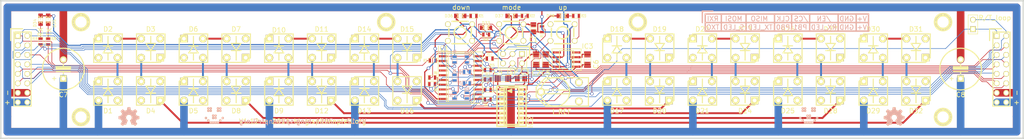
<source format=kicad_pcb>
(kicad_pcb (version 3) (host pcbnew "(2013-06-27 BZR 4227)-testing")
  (title_block (title "BestKitchenLightsEver(tm)") (date "8 sep 2011") (rev 1.12) (company "My 2µF Blog"))
  (layers (15 Front signal) (0 Back signal) (20 B.SilkS user) (21 F.SilkS user) (22 B.Mask user) (23 F.Mask user) (28 Edge.Cuts user))
  (net 0 "")
  (net 1 /CLOCK)
  (net 2 /D01_02)
  (net 3 /D02_03)
  (net 4 /D03_04)
  (net 5 /D05_06)
  (net 6 /D06_07)
  (net 7 /D07_08)
  (net 8 /D09_10)
  (net 9 /D10_11)
  (net 10 /D11_12)
  (net 11 /D13_14)
  (net 12 /D14_15)
  (net 13 /D15_16)
  (net 14 /D17_18)
  (net 15 /D18_19)
  (net 16 /D19_20)
  (net 17 /D21_22)
  (net 18 /D22_23)
  (net 19 /D23_24)
  (net 20 /D25_26)
  (net 21 /D26_27)
  (net 22 /D27_28)
  (net 23 /D29_30)
  (net 24 /D30_31)
  (net 25 /D31_32)
  (net 26 /DATA/MISO)
  (net 27 /ENABLE)
  (net 28 /LATCH)
  (net 29 /MOSI)
  (net 30 /OUT0)
  (net 31 /OUT1)
  (net 32 /OUT2)
  (net 33 /OUT3)
  (net 34 /OUT4)
  (net 35 /OUT5)
  (net 36 /OUT6)
  (net 37 /OUT7)
  (net 38 /PB0)
  (net 39 /PB1)
  (net 40 /RESET)
  (net 41 /RXI)
  (net 42 /RX_LED)
  (net 43 /RX_LED_i)
  (net 44 /SW1)
  (net 45 /SW2)
  (net 46 /SW3)
  (net 47 /S_LED)
  (net 48 /S_LED_i)
  (net 49 /TXO)
  (net 50 /TX_LED)
  (net 51 /TX_LED_i)
  (net 52 /V_LED)
  (net 53 GND)
  (net 54 GNDPWR)
  (net 55 N-000088)
  (net 56 N-000091)
  (net 57 N-000114)
  (net 58 N-000115)
  (net 59 N-000120)
  (net 60 N-000122)
  (net 61 N-000123)
  (net 62 N-000124)
  (net 63 N-000125)
  (net 64 N-000126)
  (net 65 N-000127)
  (net 66 N-000131)
  (net 67 N-000132)
  (net 68 N-000135)
  (net 69 N-000136)
  (net 70 N-000137)
  (net 71 N-000148)
  (net 72 N-000149)
  (net 73 N-000150)
  (net 74 N-000151)
  (net 75 N-000152)
  (net 76 N-000153)
  (net 77 VCC)
  (module LOGO (layer Front) (at 128.778 156.464)
    (fp_text reference G4 hide)
    (fp_text value LOGO hide)
  )
  (module LOGO (layer Back) (at 128.778 156.464)
    (fp_text reference G3 hide)
    (fp_text value LOGO hide)
  )
  (module LOGO (layer Front) (at 287.782 156.464)
    (fp_text reference G6 hide)
    (fp_text value LOGO hide)
  )
  (module LOGO (layer Back) (at 287.782 156.464)
    (fp_text reference G5 hide)
    (fp_text value LOGO hide)
  )
  (module "" (layer Back) (at 310.642 156.718)
    (fp_text reference G7 hide)
    (fp_text value LOGO hide)
  )
  (module "" (layer Front) (at 310.642 156.718)
    (fp_text reference G8 hide)
    (fp_text value LOGO hide)
  )
  (module "" (layer Back) (at 105.918 156.718)
    (fp_text reference G1 hide)
    (fp_text value LOGO hide)
  )
  (module "" (layer Front) (at 105.918 156.718)
    (fp_text reference G2 hide)
    (fp_text value LOGO hide)
  )
  (module C2V10 (layer Front) (at 328.422 144.018 90)
    (fp_text reference C8 (at -6.858 0 180) (layer F.SilkS) (effects (font (size 1.27 1.27) (thickness 0.2032))))
    (fp_text value 1mF hide)
    (fp_text user + (at -2.54 -2.54 90) (layer F.SilkS) (effects (font (size 1.27 1.27) (thickness 0.2032))))
    (pad 1 thru_hole rect (at -2.54 0 90) (size 1.778 1.778) (drill 1.016) (layers *.Cu *.Mask F.SilkS) (net 52 /V_LED))
    (pad 2 thru_hole circle (at 2.54 0 90) (size 1.778 1.778) (drill 1.016) (layers *.Cu *.Mask F.SilkS) (net 54 GNDPWR))
  )
  (module C2V10 (layer Front) (at 88.392 144.018 90)
    (fp_text reference C7 (at -6.858 0 180) (layer F.SilkS) (effects (font (size 1.27 1.27) (thickness 0.2032))))
    (fp_text value 1mF hide)
    (fp_text user + (at -2.54 -2.54 90) (layer F.SilkS) (effects (font (size 1.27 1.27) (thickness 0.2032))))
    (pad 1 thru_hole rect (at -2.54 0 90) (size 1.778 1.778) (drill 1.016) (layers *.Cu *.Mask F.SilkS) (net 52 /V_LED))
    (pad 2 thru_hole circle (at 2.54 0 90) (size 1.778 1.778) (drill 1.016) (layers *.Cu *.Mask F.SilkS) (net 54 GNDPWR))
  )
  (module pin_array_8x2 (layer Front) (at 77.47 144.018 270)
    (fp_text reference P1 hide)
    (fp_text value CONN_8X2 hide)
    (pad 1 thru_hole rect (at -8.89 1.27 270) (size 1.524 1.524) (drill 1.016) (layers *.Cu *.Mask F.SilkS) (net 41 /RXI))
    (pad 2 thru_hole circle (at -8.89 -1.27 270) (size 1.524 1.524) (drill 1.016) (layers *.Cu *.Mask F.SilkS) (net 49 /TXO))
    (pad 3 thru_hole circle (at -6.35 1.27 270) (size 1.524 1.524) (drill 1.016) (layers *.Cu *.Mask F.SilkS) (net 29 /MOSI))
    (pad 4 thru_hole circle (at -6.35 -1.27 270) (size 1.524 1.524) (drill 1.016) (layers *.Cu *.Mask F.SilkS) (net 47 /S_LED))
    (pad 5 thru_hole circle (at -3.81 1.27 270) (size 1.524 1.524) (drill 1.016) (layers *.Cu *.Mask F.SilkS) (net 26 /DATA/MISO))
    (pad 6 thru_hole circle (at -3.81 -1.27 270) (size 1.524 1.524) (drill 1.016) (layers *.Cu *.Mask F.SilkS) (net 50 /TX_LED))
    (pad 7 thru_hole circle (at -1.27 1.27 270) (size 1.524 1.524) (drill 1.016) (layers *.Cu *.Mask F.SilkS) (net 1 /CLOCK))
    (pad 8 thru_hole circle (at -1.27 -1.27 270) (size 1.524 1.524) (drill 1.016) (layers *.Cu *.Mask F.SilkS) (net 38 /PB0))
    (pad 9 thru_hole circle (at 1.27 1.27 270) (size 1.524 1.524) (drill 1.016) (layers *.Cu *.Mask F.SilkS) (net 28 /LATCH))
    (pad 10 thru_hole circle (at 1.27 -1.27 270) (size 1.524 1.524) (drill 1.016) (layers *.Cu *.Mask F.SilkS) (net 39 /PB1))
    (pad 11 thru_hole circle (at 3.81 1.27 270) (size 1.524 1.524) (drill 1.016) (layers *.Cu *.Mask F.SilkS) (net 27 /ENABLE))
    (pad 12 thru_hole circle (at 3.81 -1.27 270) (size 1.524 1.524) (drill 1.016) (layers *.Cu *.Mask F.SilkS) (net 42 /RX_LED))
    (pad 13 thru_hole circle (at 6.35 1.27 270) (size 1.524 1.524) (drill 1.016) (layers *.Cu *.Mask F.SilkS) (net 54 GNDPWR))
    (pad 14 thru_hole circle (at 6.35 -1.27 270) (size 1.524 1.524) (drill 1.016) (layers *.Cu *.Mask F.SilkS) (net 54 GNDPWR))
    (pad 15 thru_hole circle (at 8.89 1.27 270) (size 1.524 1.524) (drill 1.016) (layers *.Cu *.Mask F.SilkS) (net 52 /V_LED))
    (pad 16 thru_hole circle (at 8.89 -1.27 270) (size 1.524 1.524) (drill 1.016) (layers *.Cu *.Mask F.SilkS) (net 52 /V_LED))
  )
  (module pin_array_8x2 (layer Front) (at 339.344 144.018 270)
    (fp_text reference P2 hide)
    (fp_text value CONN_8X2 hide)
    (pad 1 thru_hole rect (at -8.89 1.27 270) (size 1.524 1.524) (drill 1.016) (layers *.Cu *.Mask F.SilkS) (net 41 /RXI))
    (pad 2 thru_hole circle (at -8.89 -1.27 270) (size 1.524 1.524) (drill 1.016) (layers *.Cu *.Mask F.SilkS) (net 49 /TXO))
    (pad 3 thru_hole circle (at -6.35 1.27 270) (size 1.524 1.524) (drill 1.016) (layers *.Cu *.Mask F.SilkS) (net 29 /MOSI))
    (pad 4 thru_hole circle (at -6.35 -1.27 270) (size 1.524 1.524) (drill 1.016) (layers *.Cu *.Mask F.SilkS) (net 47 /S_LED))
    (pad 5 thru_hole circle (at -3.81 1.27 270) (size 1.524 1.524) (drill 1.016) (layers *.Cu *.Mask F.SilkS) (net 26 /DATA/MISO))
    (pad 6 thru_hole circle (at -3.81 -1.27 270) (size 1.524 1.524) (drill 1.016) (layers *.Cu *.Mask F.SilkS) (net 50 /TX_LED))
    (pad 7 thru_hole circle (at -1.27 1.27 270) (size 1.524 1.524) (drill 1.016) (layers *.Cu *.Mask F.SilkS) (net 1 /CLOCK))
    (pad 8 thru_hole circle (at -1.27 -1.27 270) (size 1.524 1.524) (drill 1.016) (layers *.Cu *.Mask F.SilkS) (net 38 /PB0))
    (pad 9 thru_hole circle (at 1.27 1.27 270) (size 1.524 1.524) (drill 1.016) (layers *.Cu *.Mask F.SilkS) (net 28 /LATCH))
    (pad 10 thru_hole circle (at 1.27 -1.27 270) (size 1.524 1.524) (drill 1.016) (layers *.Cu *.Mask F.SilkS) (net 39 /PB1))
    (pad 11 thru_hole circle (at 3.81 1.27 270) (size 1.524 1.524) (drill 1.016) (layers *.Cu *.Mask F.SilkS) (net 27 /ENABLE))
    (pad 12 thru_hole circle (at 3.81 -1.27 270) (size 1.524 1.524) (drill 1.016) (layers *.Cu *.Mask F.SilkS) (net 42 /RX_LED))
    (pad 13 thru_hole circle (at 6.35 1.27 270) (size 1.524 1.524) (drill 1.016) (layers *.Cu *.Mask F.SilkS) (net 54 GNDPWR))
    (pad 14 thru_hole circle (at 6.35 -1.27 270) (size 1.524 1.524) (drill 1.016) (layers *.Cu *.Mask F.SilkS) (net 54 GNDPWR))
    (pad 15 thru_hole circle (at 8.89 1.27 270) (size 1.524 1.524) (drill 1.016) (layers *.Cu *.Mask F.SilkS) (net 52 /V_LED))
    (pad 16 thru_hole circle (at 8.89 -1.27 270) (size 1.524 1.524) (drill 1.016) (layers *.Cu *.Mask F.SilkS) (net 52 /V_LED))
  )
  (module MADW__NICHIA_NSPWR70CS-K1 (layer Front) (at 146.05 149.86 180)
    (fp_text reference D9 (at 0 -5.334 180) (layer F.SilkS) (effects (font (size 1.27 1.27) (thickness 0.2032))))
    (fp_text value LED hide)
    (pad 1 thru_hole rect (at 2.54 2.54 180) (size 2.032 2.032) (drill 1.00076) (layers *.Cu *.Mask F.SilkS))
    (pad 2 thru_hole circle (at 2.54 -2.54 180) (size 2.032 2.032) (drill 1.00076) (layers *.Cu *.Mask F.SilkS) (net 52 /V_LED))
    (pad 3 thru_hole circle (at -2.54 -2.54 180) (size 2.032 2.032) (drill 1.00076) (layers *.Cu *.Mask F.SilkS))
    (pad 4 thru_hole circle (at -2.54 2.54 180) (size 2.032 2.032) (drill 1.00076) (layers *.Cu *.Mask F.SilkS) (net 8 /D09_10))
  )
  (module MADW__NICHIA_NSPWR70CS-K1 (layer Front) (at 146.05 138.43 180)
    (fp_text reference D10 (at 0 4.826 180) (layer F.SilkS) (effects (font (size 1.27 1.27) (thickness 0.2032))))
    (fp_text value LED hide)
    (pad 1 thru_hole rect (at 2.54 2.54 180) (size 2.032 2.032) (drill 1.00076) (layers *.Cu *.Mask F.SilkS))
    (pad 2 thru_hole circle (at 2.54 -2.54 180) (size 2.032 2.032) (drill 1.00076) (layers *.Cu *.Mask F.SilkS))
    (pad 3 thru_hole circle (at -2.54 -2.54 180) (size 2.032 2.032) (drill 1.00076) (layers *.Cu *.Mask F.SilkS) (net 8 /D09_10))
    (pad 4 thru_hole circle (at -2.54 2.54 180) (size 2.032 2.032) (drill 1.00076) (layers *.Cu *.Mask F.SilkS) (net 9 /D10_11))
  )
  (module MADW__NICHIA_NSPWR70CS-K1 (layer Front) (at 100.33 138.43 180)
    (fp_text reference D2 (at 0 5.08 180) (layer F.SilkS) (effects (font (size 1.27 1.27) (thickness 0.2032))))
    (fp_text value LED hide)
    (pad 1 thru_hole rect (at 2.54 2.54 180) (size 2.032 2.032) (drill 1.00076) (layers *.Cu *.Mask F.SilkS))
    (pad 2 thru_hole circle (at 2.54 -2.54 180) (size 2.032 2.032) (drill 1.00076) (layers *.Cu *.Mask F.SilkS))
    (pad 3 thru_hole circle (at -2.54 -2.54 180) (size 2.032 2.032) (drill 1.00076) (layers *.Cu *.Mask F.SilkS) (net 2 /D01_02))
    (pad 4 thru_hole circle (at -2.54 2.54 180) (size 2.032 2.032) (drill 1.00076) (layers *.Cu *.Mask F.SilkS) (net 3 /D02_03))
  )
  (module MADW__NICHIA_NSPWR70CS-K1 (layer Front) (at 100.33 149.86 180)
    (fp_text reference D1 (at 0 -5.334 180) (layer F.SilkS) (effects (font (size 1.27 1.27) (thickness 0.2032))))
    (fp_text value LED hide)
    (pad 1 thru_hole rect (at 2.54 2.54 180) (size 2.032 2.032) (drill 1.00076) (layers *.Cu *.Mask F.SilkS))
    (pad 2 thru_hole circle (at 2.54 -2.54 180) (size 2.032 2.032) (drill 1.00076) (layers *.Cu *.Mask F.SilkS) (net 52 /V_LED))
    (pad 3 thru_hole circle (at -2.54 -2.54 180) (size 2.032 2.032) (drill 1.00076) (layers *.Cu *.Mask F.SilkS))
    (pad 4 thru_hole circle (at -2.54 2.54 180) (size 2.032 2.032) (drill 1.00076) (layers *.Cu *.Mask F.SilkS) (net 2 /D01_02))
  )
  (module MADW__NICHIA_NSPWR70CS-K1 (layer Front) (at 111.76 138.43)
    (fp_text reference D3 (at 0 -5.08) (layer F.SilkS) (effects (font (size 1.27 1.27) (thickness 0.2032))))
    (fp_text value LED hide)
    (pad 1 thru_hole rect (at 2.54 2.54) (size 2.032 2.032) (drill 1.00076) (layers *.Cu *.Mask F.SilkS))
    (pad 2 thru_hole circle (at 2.54 -2.54) (size 2.032 2.032) (drill 1.00076) (layers *.Cu *.Mask F.SilkS))
    (pad 3 thru_hole circle (at -2.54 -2.54) (size 2.032 2.032) (drill 1.00076) (layers *.Cu *.Mask F.SilkS) (net 3 /D02_03))
    (pad 4 thru_hole circle (at -2.54 2.54) (size 2.032 2.032) (drill 1.00076) (layers *.Cu *.Mask F.SilkS) (net 4 /D03_04))
  )
  (module MADW__NICHIA_NSPWR70CS-K1 (layer Front) (at 111.76 149.86)
    (fp_text reference D4 (at 0 5.334) (layer F.SilkS) (effects (font (size 1.27 1.27) (thickness 0.2032))))
    (fp_text value LED hide)
    (pad 1 thru_hole rect (at 2.54 2.54) (size 2.032 2.032) (drill 1.00076) (layers *.Cu *.Mask F.SilkS) (net 33 /OUT3))
    (pad 2 thru_hole circle (at 2.54 -2.54) (size 2.032 2.032) (drill 1.00076) (layers *.Cu *.Mask F.SilkS))
    (pad 3 thru_hole circle (at -2.54 -2.54) (size 2.032 2.032) (drill 1.00076) (layers *.Cu *.Mask F.SilkS) (net 4 /D03_04))
    (pad 4 thru_hole circle (at -2.54 2.54) (size 2.032 2.032) (drill 1.00076) (layers *.Cu *.Mask F.SilkS))
  )
  (module pin_array_3x2 (layer Front) (at 208.534 141.224 180)
    (fp_text reference JP1 hide)
    (fp_text value ISP (at 0 -3.556 180) (layer F.SilkS) (effects (font (size 1.27 1.27) (thickness 0.2032))))
    (pad 1 thru_hole rect (at -2.54 1.27 180) (size 1.524 1.524) (drill 1.016) (layers *.Cu *.Mask F.SilkS) (net 26 /DATA/MISO))
    (pad 2 thru_hole circle (at -2.54 -1.27 180) (size 1.524 1.524) (drill 1.016) (layers *.Cu *.Mask F.SilkS) (net 77 VCC))
    (pad 3 thru_hole circle (at 0 1.27 180) (size 1.524 1.524) (drill 1.016) (layers *.Cu *.Mask F.SilkS) (net 1 /CLOCK))
    (pad 4 thru_hole circle (at 0 -1.27 180) (size 1.524 1.524) (drill 1.016) (layers *.Cu *.Mask F.SilkS) (net 29 /MOSI))
    (pad 5 thru_hole circle (at 2.54 1.27 180) (size 1.524 1.524) (drill 1.016) (layers *.Cu *.Mask F.SilkS) (net 40 /RESET))
    (pad 6 thru_hole circle (at 2.54 -1.27 180) (size 1.524 1.524) (drill 1.016) (layers *.Cu *.Mask F.SilkS) (net 53 GND))
  )
  (module MADW__LPH_SW (layer Front) (at 221.996 134.366)
    (fp_text reference SW3 hide)
    (fp_text value LPH_SW hide)
    (pad 1 thru_hole circle (at -3.302 -2.3495) (size 1.524 1.524) (drill 1.016) (layers *.Cu *.Mask F.SilkS))
    (pad 2 thru_hole circle (at 3.175 -2.3495) (size 1.524 1.524) (drill 1.016) (layers *.Cu *.Mask F.SilkS) (net 53 GND))
    (pad 3 thru_hole circle (at -3.302 2.0955) (size 1.524 1.524) (drill 1.016) (layers *.Cu *.Mask F.SilkS) (net 46 /SW3))
    (pad 4 thru_hole circle (at 3.175 2.0955) (size 1.524 1.524) (drill 1.016) (layers *.Cu *.Mask F.SilkS) (net 75 N-000152))
  )
  (module MADW__LPH_SW (layer Front) (at 208.28 134.366)
    (fp_text reference SW2 hide)
    (fp_text value LPH_SW hide)
    (pad 1 thru_hole circle (at -3.302 -2.3495) (size 1.524 1.524) (drill 1.016) (layers *.Cu *.Mask F.SilkS))
    (pad 2 thru_hole circle (at 3.175 -2.3495) (size 1.524 1.524) (drill 1.016) (layers *.Cu *.Mask F.SilkS) (net 53 GND))
    (pad 3 thru_hole circle (at -3.302 2.0955) (size 1.524 1.524) (drill 1.016) (layers *.Cu *.Mask F.SilkS) (net 45 /SW2))
    (pad 4 thru_hole circle (at 3.175 2.0955) (size 1.524 1.524) (drill 1.016) (layers *.Cu *.Mask F.SilkS) (net 69 N-000136))
  )
  (module MADW__LPH_SW (layer Front) (at 194.564 134.366)
    (fp_text reference SW1 hide)
    (fp_text value LPH_SW hide)
    (pad 1 thru_hole circle (at -3.302 -2.3495) (size 1.524 1.524) (drill 1.016) (layers *.Cu *.Mask F.SilkS))
    (pad 2 thru_hole circle (at 3.175 -2.3495) (size 1.524 1.524) (drill 1.016) (layers *.Cu *.Mask F.SilkS) (net 53 GND))
    (pad 3 thru_hole circle (at -3.302 2.0955) (size 1.524 1.524) (drill 1.016) (layers *.Cu *.Mask F.SilkS) (net 44 /SW1))
    (pad 4 thru_hole circle (at 3.175 2.0955) (size 1.524 1.524) (drill 1.016) (layers *.Cu *.Mask F.SilkS) (net 56 N-000091))
  )
  (module -C0805 (layer Front) (at 210.82 146.558)
    (fp_text reference C3 (at 1.016 -1.778) (layer F.SilkS) (effects (font (size 1.27 1.27) (thickness 0.2032))))
    (fp_text value 100nF hide)
    (pad 1 smd rect (at -0.94996 0) (size 1.29794 1.4986) (layers Front F.Mask) (net 77 VCC))
    (pad 2 smd rect (at 0.94996 0) (size 1.29794 1.4986) (layers Front F.Mask) (net 54 GNDPWR))
  )
  (module -C0805 (layer Front) (at 214.122 133.096 90)
    (fp_text reference C1 (at -3.048 0 180) (layer F.SilkS) (effects (font (size 1.27 1.27) (thickness 0.2032))))
    (fp_text value 100nF hide)
    (pad 1 smd rect (at -0.94996 0 90) (size 1.29794 1.4986) (layers Front F.Mask) (net 77 VCC))
    (pad 2 smd rect (at 0.94996 0 90) (size 1.29794 1.4986) (layers Front F.Mask) (net 53 GND))
  )
  (module -C1206 (layer Front) (at 228.6 141.478 90)
    (fp_text reference C6 (at -1.27 2.286 90) (layer F.SilkS) (effects (font (size 1.27 1.27) (thickness 0.2032))))
    (fp_text value 10muF hide)
    (pad 1 smd rect (at -1.39954 0 90) (size 1.59766 1.79832) (layers Front F.Mask) (net 77 VCC))
    (pad 2 smd rect (at 1.39954 0 90) (size 1.59766 1.79832) (layers Front F.Mask) (net 53 GND))
  )
  (module -C1206 (layer Front) (at 217.424 141.478 90)
    (fp_text reference C5 (at -3.556 0 180) (layer F.SilkS) (effects (font (size 1.27 1.27) (thickness 0.2032))))
    (fp_text value 10muF hide)
    (pad 1 smd rect (at -1.39954 0 90) (size 1.59766 1.79832) (layers Front F.Mask) (net 52 /V_LED))
    (pad 2 smd rect (at 1.39954 0 90) (size 1.59766 1.79832) (layers Front F.Mask) (net 54 GNDPWR))
  )
  (module -C1206 (layer Front) (at 205.994 146.558 180)
    (fp_text reference C4 (at 1.27 1.778 180) (layer F.SilkS) (effects (font (size 1.27 1.27) (thickness 0.2032))))
    (fp_text value 10muF hide)
    (pad 1 smd rect (at -1.39954 0 180) (size 1.59766 1.79832) (layers Front F.Mask) (net 77 VCC))
    (pad 2 smd rect (at 1.39954 0 180) (size 1.59766 1.79832) (layers Front F.Mask) (net 54 GNDPWR))
  )
  (module -C1206 (layer Front) (at 214.884 141.478 270)
    (fp_text reference C2 (at 3.556 0 360) (layer F.SilkS) (effects (font (size 1.27 1.27) (thickness 0.2032))))
    (fp_text value 10muF hide)
    (pad 1 smd rect (at -1.39954 0 270) (size 1.59766 1.79832) (layers Front F.Mask) (net 77 VCC))
    (pad 2 smd rect (at 1.39954 0 270) (size 1.59766 1.79832) (layers Front F.Mask) (net 53 GND))
  )
  (module RV2X4 (layer Front) (at 221.234 150.114 180)
    (fp_text reference RV1 hide)
    (fp_text value I_REF (at -0.508 -5.334 180) (layer F.SilkS) (effects (font (size 1.27 1.27) (thickness 0.2032))))
    (pad 1 thru_hole circle (at -5.08 -2.54 180) (size 2.032 2.032) (drill 1.27) (layers *.Cu *.Mask F.SilkS))
    (pad 2 thru_hole circle (at 5.08 0 180) (size 2.032 2.032) (drill 1.27) (layers *.Cu *.Mask F.SilkS) (net 64 N-000126))
    (pad 3 thru_hole circle (at -5.08 2.54 180) (size 2.032 2.032) (drill 1.27) (layers *.Cu *.Mask F.SilkS) (net 53 GND))
  )
  (module MADW__SO16 (layer Front) (at 208.28 153.924 270)
    (fp_text reference IC2 (at 4.318 -5.08 270) (layer F.SilkS) (effects (font (size 1.27 1.27) (thickness 0.2032))))
    (fp_text value MBI5168 hide)
    (pad 1 smd rect (at -4.445 2.59842 270) (size 0.59944 2.19964) (layers Front F.Mask) (net 54 GNDPWR))
    (pad 2 smd rect (at -3.175 2.59842 270) (size 0.59944 2.19964) (layers Front F.Mask) (net 26 /DATA/MISO))
    (pad 3 smd rect (at -1.905 2.59842 270) (size 0.59944 2.19964) (layers Front F.Mask) (net 1 /CLOCK))
    (pad 4 smd rect (at -0.635 2.59842 270) (size 0.59944 2.19964) (layers Front F.Mask) (net 28 /LATCH))
    (pad 5 smd rect (at 0.635 2.59842 270) (size 0.59944 2.19964) (layers Front F.Mask) (net 30 /OUT0))
    (pad 6 smd rect (at 1.905 2.59842 270) (size 0.59944 2.19964) (layers Front F.Mask) (net 31 /OUT1))
    (pad 7 smd rect (at 3.175 2.59842 270) (size 0.59944 2.19964) (layers Front F.Mask) (net 32 /OUT2))
    (pad 8 smd rect (at 4.445 2.59842 270) (size 0.59944 2.19964) (layers Front F.Mask) (net 33 /OUT3))
    (pad 9 smd rect (at 4.445 -2.59842 270) (size 0.59944 2.19964) (layers Front F.Mask) (net 34 /OUT4))
    (pad 10 smd rect (at 3.175 -2.59842 270) (size 0.59944 2.19964) (layers Front F.Mask) (net 35 /OUT5))
    (pad 11 smd rect (at 1.905 -2.59842 270) (size 0.59944 2.19964) (layers Front F.Mask) (net 36 /OUT6))
    (pad 12 smd rect (at 0.635 -2.59842 270) (size 0.59944 2.19964) (layers Front F.Mask) (net 37 /OUT7))
    (pad 13 smd rect (at -0.635 -2.59842 270) (size 0.59944 2.19964) (layers Front F.Mask) (net 27 /ENABLE))
    (pad 14 smd rect (at -1.905 -2.59842 270) (size 0.59944 2.19964) (layers Front F.Mask))
    (pad 15 smd rect (at -3.175 -2.59842 270) (size 0.59944 2.19964) (layers Front F.Mask) (net 64 N-000126))
    (pad 16 smd rect (at -4.445 -2.59842 270) (size 0.59944 2.19964) (layers Front F.Mask) (net 77 VCC))
  )
  (module MADW__mounting_hole_3mm (layer Front) (at 93.091 131.445)
    (fp_text reference MH0 hide)
    (fp_text value CONN_1 hide)
    (pad 1 thru_hole circle (at 0 0) (size 4.064 4.064) (drill 3.048) (layers *.Cu *.Mask F.SilkS))
  )
  (module -SO-08 (layer Front) (at 223.012 141.478 90)
    (fp_text reference IC3 (at 3.556 5.588 180) (layer F.SilkS) (effects (font (size 1.27 1.27) (thickness 0.2032))))
    (fp_text value 7805MS hide)
    (pad 1 smd rect (at -1.905 2.59842 90) (size 0.59944 2.19964) (layers Front F.Mask) (net 77 VCC))
    (pad 2 smd rect (at -0.635 2.59842 90) (size 0.59944 2.19964) (layers Front F.Mask) (net 53 GND))
    (pad 3 smd rect (at 0.635 2.59842 90) (size 0.59944 2.19964) (layers Front F.Mask) (net 53 GND))
    (pad 4 smd rect (at 1.905 2.59842 90) (size 0.59944 2.19964) (layers Front F.Mask))
    (pad 5 smd rect (at 1.905 -2.59842 90) (size 0.59944 2.19964) (layers Front F.Mask))
    (pad 6 smd rect (at 0.635 -2.59842 90) (size 0.59944 2.19964) (layers Front F.Mask) (net 54 GNDPWR))
    (pad 7 smd rect (at -0.635 -2.59842 90) (size 0.59944 2.19964) (layers Front F.Mask) (net 54 GNDPWR))
    (pad 8 smd rect (at -1.905 -2.59842 90) (size 0.59944 2.19964) (layers Front F.Mask) (net 52 /V_LED))
  )
  (module MADW__mounting_hole_3mm (layer Front) (at 242.062 131.445)
    (fp_text reference MH3 hide)
    (fp_text value CONN_1 hide)
    (pad 1 thru_hole circle (at 0 0) (size 4.064 4.064) (drill 3.048) (layers *.Cu *.Mask F.SilkS))
  )
  (module MADW__mounting_hole_3mm (layer Front) (at 174.752 131.445)
    (fp_text reference MH2 hide)
    (fp_text value CONN_1 hide)
    (pad 1 thru_hole circle (at 0 0) (size 4.064 4.064) (drill 3.048) (layers *.Cu *.Mask F.SilkS))
  )
  (module MADW__mounting_hole_3mm (layer Front) (at 93.091 156.845)
    (fp_text reference MH1 hide)
    (fp_text value CONN_1 hide)
    (pad 1 thru_hole circle (at 0 0) (size 4.064 4.064) (drill 3.048) (layers *.Cu *.Mask F.SilkS))
  )
  (module -SO-20DW (layer Front) (at 194.564 146.304 270)
    (fp_text reference IC1 (at -7.747 4.572 360) (layer F.SilkS) (effects (font (size 1.27 1.27) (thickness 0.2032))))
    (fp_text value MADW__ATTINY2313DIP/SO hide)
    (pad 1 smd rect (at -5.715 4.59994 270) (size 0.59944 2.19964) (layers Front F.Mask) (net 40 /RESET))
    (pad 2 smd rect (at -4.445 4.59994 270) (size 0.59944 2.19964) (layers Front F.Mask) (net 59 N-000120))
    (pad 3 smd rect (at -3.175 4.59994 270) (size 0.59944 2.19964) (layers Front F.Mask) (net 71 N-000148))
    (pad 4 smd rect (at -1.905 4.59994 270) (size 0.59944 2.19964) (layers Front F.Mask))
    (pad 5 smd rect (at -0.635 4.59994 270) (size 0.59944 2.19964) (layers Front F.Mask))
    (pad 6 smd rect (at 0.635 4.59994 270) (size 0.59944 2.19964) (layers Front F.Mask) (net 60 N-000122))
    (pad 7 smd rect (at 1.905 4.59994 270) (size 0.59944 2.19964) (layers Front F.Mask) (net 72 N-000149))
    (pad 8 smd rect (at 3.175 4.59994 270) (size 0.59944 2.19964) (layers Front F.Mask) (net 61 N-000123))
    (pad 9 smd rect (at 4.445 4.59994 270) (size 0.59944 2.19964) (layers Front F.Mask) (net 48 /S_LED_i))
    (pad 10 smd rect (at 5.715 4.59994 270) (size 0.59944 2.19964) (layers Front F.Mask) (net 53 GND))
    (pad 11 smd rect (at 5.715 -4.59994 270) (size 0.59944 2.19964) (layers Front F.Mask) (net 51 /TX_LED_i))
    (pad 12 smd rect (at 4.445 -4.59994 270) (size 0.59944 2.19964) (layers Front F.Mask) (net 76 N-000153))
    (pad 13 smd rect (at 3.175 -4.59994 270) (size 0.59944 2.19964) (layers Front F.Mask) (net 62 N-000124))
    (pad 14 smd rect (at 1.905 -4.59994 270) (size 0.59944 2.19964) (layers Front F.Mask) (net 43 /RX_LED_i))
    (pad 15 smd rect (at 0.635 -4.59994 270) (size 0.59944 2.19964) (layers Front F.Mask) (net 63 N-000125))
    (pad 16 smd rect (at -0.635 -4.59994 270) (size 0.59944 2.19964) (layers Front F.Mask) (net 74 N-000151))
    (pad 17 smd rect (at -1.905 -4.59994 270) (size 0.59944 2.19964) (layers Front F.Mask) (net 57 N-000114))
    (pad 18 smd rect (at -3.175 -4.59994 270) (size 0.59944 2.19964) (layers Front F.Mask) (net 73 N-000150))
    (pad 19 smd rect (at -4.445 -4.59994 270) (size 0.59944 2.19964) (layers Front F.Mask) (net 58 N-000115))
    (pad 20 smd rect (at -5.715 -4.59994 270) (size 0.59944 2.19964) (layers Front F.Mask) (net 77 VCC))
  )
  (module MADW__NICHIA_NSPWR70CS-K1 (layer Front) (at 123.19 149.86 180)
    (fp_text reference D5 (at 0 -5.334 180) (layer F.SilkS) (effects (font (size 1.27 1.27) (thickness 0.2032))))
    (fp_text value LED hide)
    (pad 1 thru_hole rect (at 2.54 2.54 180) (size 2.032 2.032) (drill 1.00076) (layers *.Cu *.Mask F.SilkS))
    (pad 2 thru_hole circle (at 2.54 -2.54 180) (size 2.032 2.032) (drill 1.00076) (layers *.Cu *.Mask F.SilkS) (net 52 /V_LED))
    (pad 3 thru_hole circle (at -2.54 -2.54 180) (size 2.032 2.032) (drill 1.00076) (layers *.Cu *.Mask F.SilkS))
    (pad 4 thru_hole circle (at -2.54 2.54 180) (size 2.032 2.032) (drill 1.00076) (layers *.Cu *.Mask F.SilkS) (net 5 /D05_06))
  )
  (module MADW__NICHIA_NSPWR70CS-K1 (layer Front) (at 123.19 138.43 180)
    (fp_text reference D6 (at 0 5.08 180) (layer F.SilkS) (effects (font (size 1.27 1.27) (thickness 0.2032))))
    (fp_text value LED hide)
    (pad 1 thru_hole rect (at 2.54 2.54 180) (size 2.032 2.032) (drill 1.00076) (layers *.Cu *.Mask F.SilkS))
    (pad 2 thru_hole circle (at 2.54 -2.54 180) (size 2.032 2.032) (drill 1.00076) (layers *.Cu *.Mask F.SilkS))
    (pad 3 thru_hole circle (at -2.54 -2.54 180) (size 2.032 2.032) (drill 1.00076) (layers *.Cu *.Mask F.SilkS) (net 5 /D05_06))
    (pad 4 thru_hole circle (at -2.54 2.54 180) (size 2.032 2.032) (drill 1.00076) (layers *.Cu *.Mask F.SilkS) (net 6 /D06_07))
  )
  (module MADW__NICHIA_NSPWR70CS-K1 (layer Front) (at 134.62 138.43)
    (fp_text reference D7 (at 0 -5.08) (layer F.SilkS) (effects (font (size 1.27 1.27) (thickness 0.2032))))
    (fp_text value LED hide)
    (pad 1 thru_hole rect (at 2.54 2.54) (size 2.032 2.032) (drill 1.00076) (layers *.Cu *.Mask F.SilkS))
    (pad 2 thru_hole circle (at 2.54 -2.54) (size 2.032 2.032) (drill 1.00076) (layers *.Cu *.Mask F.SilkS))
    (pad 3 thru_hole circle (at -2.54 -2.54) (size 2.032 2.032) (drill 1.00076) (layers *.Cu *.Mask F.SilkS) (net 6 /D06_07))
    (pad 4 thru_hole circle (at -2.54 2.54) (size 2.032 2.032) (drill 1.00076) (layers *.Cu *.Mask F.SilkS) (net 7 /D07_08))
  )
  (module MADW__NICHIA_NSPWR70CS-K1 (layer Front) (at 134.62 149.86)
    (fp_text reference D8 (at 0 5.334) (layer F.SilkS) (effects (font (size 1.27 1.27) (thickness 0.2032))))
    (fp_text value LED hide)
    (pad 1 thru_hole rect (at 2.54 2.54) (size 2.032 2.032) (drill 1.00076) (layers *.Cu *.Mask F.SilkS) (net 32 /OUT2))
    (pad 2 thru_hole circle (at 2.54 -2.54) (size 2.032 2.032) (drill 1.00076) (layers *.Cu *.Mask F.SilkS))
    (pad 3 thru_hole circle (at -2.54 -2.54) (size 2.032 2.032) (drill 1.00076) (layers *.Cu *.Mask F.SilkS) (net 7 /D07_08))
    (pad 4 thru_hole circle (at -2.54 2.54) (size 2.032 2.032) (drill 1.00076) (layers *.Cu *.Mask F.SilkS))
  )
  (module MADW__NICHIA_NSPWR70CS-K1 (layer Front) (at 157.48 138.43)
    (fp_text reference D11 (at 0 -5.08) (layer F.SilkS) (effects (font (size 1.27 1.27) (thickness 0.2032))))
    (fp_text value LED hide)
    (pad 1 thru_hole rect (at 2.54 2.54) (size 2.032 2.032) (drill 1.00076) (layers *.Cu *.Mask F.SilkS))
    (pad 2 thru_hole circle (at 2.54 -2.54) (size 2.032 2.032) (drill 1.00076) (layers *.Cu *.Mask F.SilkS))
    (pad 3 thru_hole circle (at -2.54 -2.54) (size 2.032 2.032) (drill 1.00076) (layers *.Cu *.Mask F.SilkS) (net 9 /D10_11))
    (pad 4 thru_hole circle (at -2.54 2.54) (size 2.032 2.032) (drill 1.00076) (layers *.Cu *.Mask F.SilkS) (net 10 /D11_12))
  )
  (module MADW__NICHIA_NSPWR70CS-K1 (layer Front) (at 157.48 149.86)
    (fp_text reference D12 (at 0 5.334) (layer F.SilkS) (effects (font (size 1.27 1.27) (thickness 0.2032))))
    (fp_text value LED hide)
    (pad 1 thru_hole rect (at 2.54 2.54) (size 2.032 2.032) (drill 1.00076) (layers *.Cu *.Mask F.SilkS) (net 31 /OUT1))
    (pad 2 thru_hole circle (at 2.54 -2.54) (size 2.032 2.032) (drill 1.00076) (layers *.Cu *.Mask F.SilkS))
    (pad 3 thru_hole circle (at -2.54 -2.54) (size 2.032 2.032) (drill 1.00076) (layers *.Cu *.Mask F.SilkS) (net 10 /D11_12))
    (pad 4 thru_hole circle (at -2.54 2.54) (size 2.032 2.032) (drill 1.00076) (layers *.Cu *.Mask F.SilkS))
  )
  (module MADW__NICHIA_NSPWR70CS-K1 (layer Front) (at 168.91 149.86 180)
    (fp_text reference D13 (at 0 -5.334 180) (layer F.SilkS) (effects (font (size 1.27 1.27) (thickness 0.2032))))
    (fp_text value LED hide)
    (pad 1 thru_hole rect (at 2.54 2.54 180) (size 2.032 2.032) (drill 1.00076) (layers *.Cu *.Mask F.SilkS))
    (pad 2 thru_hole circle (at 2.54 -2.54 180) (size 2.032 2.032) (drill 1.00076) (layers *.Cu *.Mask F.SilkS) (net 52 /V_LED))
    (pad 3 thru_hole circle (at -2.54 -2.54 180) (size 2.032 2.032) (drill 1.00076) (layers *.Cu *.Mask F.SilkS))
    (pad 4 thru_hole circle (at -2.54 2.54 180) (size 2.032 2.032) (drill 1.00076) (layers *.Cu *.Mask F.SilkS) (net 11 /D13_14))
  )
  (module MADW__NICHIA_NSPWR70CS-K1 (layer Front) (at 168.91 138.43 180)
    (fp_text reference D14 (at 0 5.08 180) (layer F.SilkS) (effects (font (size 1.27 1.27) (thickness 0.2032))))
    (fp_text value LED hide)
    (pad 1 thru_hole rect (at 2.54 2.54 180) (size 2.032 2.032) (drill 1.00076) (layers *.Cu *.Mask F.SilkS))
    (pad 2 thru_hole circle (at 2.54 -2.54 180) (size 2.032 2.032) (drill 1.00076) (layers *.Cu *.Mask F.SilkS))
    (pad 3 thru_hole circle (at -2.54 -2.54 180) (size 2.032 2.032) (drill 1.00076) (layers *.Cu *.Mask F.SilkS) (net 11 /D13_14))
    (pad 4 thru_hole circle (at -2.54 2.54 180) (size 2.032 2.032) (drill 1.00076) (layers *.Cu *.Mask F.SilkS) (net 12 /D14_15))
  )
  (module MADW__NICHIA_NSPWR70CS-K1 (layer Front) (at 180.34 138.43)
    (fp_text reference D15 (at 0 -5.08) (layer F.SilkS) (effects (font (size 1.27 1.27) (thickness 0.2032))))
    (fp_text value LED hide)
    (pad 1 thru_hole rect (at 2.54 2.54) (size 2.032 2.032) (drill 1.00076) (layers *.Cu *.Mask F.SilkS))
    (pad 2 thru_hole circle (at 2.54 -2.54) (size 2.032 2.032) (drill 1.00076) (layers *.Cu *.Mask F.SilkS))
    (pad 3 thru_hole circle (at -2.54 -2.54) (size 2.032 2.032) (drill 1.00076) (layers *.Cu *.Mask F.SilkS) (net 12 /D14_15))
    (pad 4 thru_hole circle (at -2.54 2.54) (size 2.032 2.032) (drill 1.00076) (layers *.Cu *.Mask F.SilkS) (net 13 /D15_16))
  )
  (module MADW__NICHIA_NSPWR70CS-K1 (layer Front) (at 180.34 149.86)
    (fp_text reference D16 (at 0 5.334) (layer F.SilkS) (effects (font (size 1.27 1.27) (thickness 0.2032))))
    (fp_text value LED hide)
    (pad 1 thru_hole rect (at 2.54 2.54) (size 2.032 2.032) (drill 1.00076) (layers *.Cu *.Mask F.SilkS) (net 30 /OUT0))
    (pad 2 thru_hole circle (at 2.54 -2.54) (size 2.032 2.032) (drill 1.00076) (layers *.Cu *.Mask F.SilkS))
    (pad 3 thru_hole circle (at -2.54 -2.54) (size 2.032 2.032) (drill 1.00076) (layers *.Cu *.Mask F.SilkS) (net 13 /D15_16))
    (pad 4 thru_hole circle (at -2.54 2.54) (size 2.032 2.032) (drill 1.00076) (layers *.Cu *.Mask F.SilkS))
  )
  (module MADW__NICHIA_NSPWR70CS-K1 (layer Front) (at 236.474 149.86 180)
    (fp_text reference D17 (at 0 -5.334 180) (layer F.SilkS) (effects (font (size 1.27 1.27) (thickness 0.2032))))
    (fp_text value LED hide)
    (pad 1 thru_hole rect (at 2.54 2.54 180) (size 2.032 2.032) (drill 1.00076) (layers *.Cu *.Mask F.SilkS))
    (pad 2 thru_hole circle (at 2.54 -2.54 180) (size 2.032 2.032) (drill 1.00076) (layers *.Cu *.Mask F.SilkS) (net 52 /V_LED))
    (pad 3 thru_hole circle (at -2.54 -2.54 180) (size 2.032 2.032) (drill 1.00076) (layers *.Cu *.Mask F.SilkS))
    (pad 4 thru_hole circle (at -2.54 2.54 180) (size 2.032 2.032) (drill 1.00076) (layers *.Cu *.Mask F.SilkS) (net 14 /D17_18))
  )
  (module MADW__NICHIA_NSPWR70CS-K1 (layer Front) (at 236.474 138.43 180)
    (fp_text reference D18 (at 0 5.08 180) (layer F.SilkS) (effects (font (size 1.27 1.27) (thickness 0.2032))))
    (fp_text value LED hide)
    (pad 1 thru_hole rect (at 2.54 2.54 180) (size 2.032 2.032) (drill 1.00076) (layers *.Cu *.Mask F.SilkS))
    (pad 2 thru_hole circle (at 2.54 -2.54 180) (size 2.032 2.032) (drill 1.00076) (layers *.Cu *.Mask F.SilkS))
    (pad 3 thru_hole circle (at -2.54 -2.54 180) (size 2.032 2.032) (drill 1.00076) (layers *.Cu *.Mask F.SilkS) (net 14 /D17_18))
    (pad 4 thru_hole circle (at -2.54 2.54 180) (size 2.032 2.032) (drill 1.00076) (layers *.Cu *.Mask F.SilkS) (net 15 /D18_19))
  )
  (module MADW__NICHIA_NSPWR70CS-K1 (layer Front) (at 247.904 138.43)
    (fp_text reference D19 (at 0 -5.08) (layer F.SilkS) (effects (font (size 1.27 1.27) (thickness 0.2032))))
    (fp_text value LED hide)
    (pad 1 thru_hole rect (at 2.54 2.54) (size 2.032 2.032) (drill 1.00076) (layers *.Cu *.Mask F.SilkS))
    (pad 2 thru_hole circle (at 2.54 -2.54) (size 2.032 2.032) (drill 1.00076) (layers *.Cu *.Mask F.SilkS))
    (pad 3 thru_hole circle (at -2.54 -2.54) (size 2.032 2.032) (drill 1.00076) (layers *.Cu *.Mask F.SilkS) (net 15 /D18_19))
    (pad 4 thru_hole circle (at -2.54 2.54) (size 2.032 2.032) (drill 1.00076) (layers *.Cu *.Mask F.SilkS) (net 16 /D19_20))
  )
  (module MADW__NICHIA_NSPWR70CS-K1 (layer Front) (at 247.904 149.86)
    (fp_text reference D20 (at 0 5.334) (layer F.SilkS) (effects (font (size 1.27 1.27) (thickness 0.2032))))
    (fp_text value LED hide)
    (pad 1 thru_hole rect (at 2.54 2.54) (size 2.032 2.032) (drill 1.00076) (layers *.Cu *.Mask F.SilkS) (net 37 /OUT7))
    (pad 2 thru_hole circle (at 2.54 -2.54) (size 2.032 2.032) (drill 1.00076) (layers *.Cu *.Mask F.SilkS))
    (pad 3 thru_hole circle (at -2.54 -2.54) (size 2.032 2.032) (drill 1.00076) (layers *.Cu *.Mask F.SilkS) (net 16 /D19_20))
    (pad 4 thru_hole circle (at -2.54 2.54) (size 2.032 2.032) (drill 1.00076) (layers *.Cu *.Mask F.SilkS))
  )
  (module MADW__NICHIA_NSPWR70CS-K1 (layer Front) (at 259.334 149.86 180)
    (fp_text reference D21 (at 0 -5.334 180) (layer F.SilkS) (effects (font (size 1.27 1.27) (thickness 0.2032))))
    (fp_text value LED hide)
    (pad 1 thru_hole rect (at 2.54 2.54 180) (size 2.032 2.032) (drill 1.00076) (layers *.Cu *.Mask F.SilkS))
    (pad 2 thru_hole circle (at 2.54 -2.54 180) (size 2.032 2.032) (drill 1.00076) (layers *.Cu *.Mask F.SilkS) (net 52 /V_LED))
    (pad 3 thru_hole circle (at -2.54 -2.54 180) (size 2.032 2.032) (drill 1.00076) (layers *.Cu *.Mask F.SilkS))
    (pad 4 thru_hole circle (at -2.54 2.54 180) (size 2.032 2.032) (drill 1.00076) (layers *.Cu *.Mask F.SilkS) (net 17 /D21_22))
  )
  (module MADW__NICHIA_NSPWR70CS-K1 (layer Front) (at 259.334 138.43 180)
    (fp_text reference D22 (at 0 5.08 180) (layer F.SilkS) (effects (font (size 1.27 1.27) (thickness 0.2032))))
    (fp_text value LED hide)
    (pad 1 thru_hole rect (at 2.54 2.54 180) (size 2.032 2.032) (drill 1.00076) (layers *.Cu *.Mask F.SilkS))
    (pad 2 thru_hole circle (at 2.54 -2.54 180) (size 2.032 2.032) (drill 1.00076) (layers *.Cu *.Mask F.SilkS))
    (pad 3 thru_hole circle (at -2.54 -2.54 180) (size 2.032 2.032) (drill 1.00076) (layers *.Cu *.Mask F.SilkS) (net 17 /D21_22))
    (pad 4 thru_hole circle (at -2.54 2.54 180) (size 2.032 2.032) (drill 1.00076) (layers *.Cu *.Mask F.SilkS) (net 18 /D22_23))
  )
  (module MADW__NICHIA_NSPWR70CS-K1 (layer Front) (at 270.764 138.43)
    (fp_text reference D23 (at 0 -5.08) (layer F.SilkS) (effects (font (size 1.27 1.27) (thickness 0.2032))))
    (fp_text value LED hide)
    (pad 1 thru_hole rect (at 2.54 2.54) (size 2.032 2.032) (drill 1.00076) (layers *.Cu *.Mask F.SilkS))
    (pad 2 thru_hole circle (at 2.54 -2.54) (size 2.032 2.032) (drill 1.00076) (layers *.Cu *.Mask F.SilkS))
    (pad 3 thru_hole circle (at -2.54 -2.54) (size 2.032 2.032) (drill 1.00076) (layers *.Cu *.Mask F.SilkS) (net 18 /D22_23))
    (pad 4 thru_hole circle (at -2.54 2.54) (size 2.032 2.032) (drill 1.00076) (layers *.Cu *.Mask F.SilkS) (net 19 /D23_24))
  )
  (module MADW__NICHIA_NSPWR70CS-K1 (layer Front) (at 270.764 149.86)
    (fp_text reference D24 (at 0 5.334) (layer F.SilkS) (effects (font (size 1.27 1.27) (thickness 0.2032))))
    (fp_text value LED hide)
    (pad 1 thru_hole rect (at 2.54 2.54) (size 2.032 2.032) (drill 1.00076) (layers *.Cu *.Mask F.SilkS) (net 36 /OUT6))
    (pad 2 thru_hole circle (at 2.54 -2.54) (size 2.032 2.032) (drill 1.00076) (layers *.Cu *.Mask F.SilkS))
    (pad 3 thru_hole circle (at -2.54 -2.54) (size 2.032 2.032) (drill 1.00076) (layers *.Cu *.Mask F.SilkS) (net 19 /D23_24))
    (pad 4 thru_hole circle (at -2.54 2.54) (size 2.032 2.032) (drill 1.00076) (layers *.Cu *.Mask F.SilkS))
  )
  (module MADW__NICHIA_NSPWR70CS-K1 (layer Front) (at 282.194 149.86 180)
    (fp_text reference D25 (at 0 -5.334 180) (layer F.SilkS) (effects (font (size 1.27 1.27) (thickness 0.2032))))
    (fp_text value LED hide)
    (pad 1 thru_hole rect (at 2.54 2.54 180) (size 2.032 2.032) (drill 1.00076) (layers *.Cu *.Mask F.SilkS))
    (pad 2 thru_hole circle (at 2.54 -2.54 180) (size 2.032 2.032) (drill 1.00076) (layers *.Cu *.Mask F.SilkS) (net 52 /V_LED))
    (pad 3 thru_hole circle (at -2.54 -2.54 180) (size 2.032 2.032) (drill 1.00076) (layers *.Cu *.Mask F.SilkS))
    (pad 4 thru_hole circle (at -2.54 2.54 180) (size 2.032 2.032) (drill 1.00076) (layers *.Cu *.Mask F.SilkS) (net 20 /D25_26))
  )
  (module MADW__NICHIA_NSPWR70CS-K1 (layer Front) (at 282.194 138.43 180)
    (fp_text reference D26 (at 0 5.08 180) (layer F.SilkS) (effects (font (size 1.27 1.27) (thickness 0.2032))))
    (fp_text value LED hide)
    (pad 1 thru_hole rect (at 2.54 2.54 180) (size 2.032 2.032) (drill 1.00076) (layers *.Cu *.Mask F.SilkS))
    (pad 2 thru_hole circle (at 2.54 -2.54 180) (size 2.032 2.032) (drill 1.00076) (layers *.Cu *.Mask F.SilkS))
    (pad 3 thru_hole circle (at -2.54 -2.54 180) (size 2.032 2.032) (drill 1.00076) (layers *.Cu *.Mask F.SilkS) (net 20 /D25_26))
    (pad 4 thru_hole circle (at -2.54 2.54 180) (size 2.032 2.032) (drill 1.00076) (layers *.Cu *.Mask F.SilkS) (net 21 /D26_27))
  )
  (module MADW__NICHIA_NSPWR70CS-K1 (layer Front) (at 293.624 138.43)
    (fp_text reference D27 (at 0 -5.08) (layer F.SilkS) (effects (font (size 1.27 1.27) (thickness 0.2032))))
    (fp_text value LED hide)
    (pad 1 thru_hole rect (at 2.54 2.54) (size 2.032 2.032) (drill 1.00076) (layers *.Cu *.Mask F.SilkS))
    (pad 2 thru_hole circle (at 2.54 -2.54) (size 2.032 2.032) (drill 1.00076) (layers *.Cu *.Mask F.SilkS))
    (pad 3 thru_hole circle (at -2.54 -2.54) (size 2.032 2.032) (drill 1.00076) (layers *.Cu *.Mask F.SilkS) (net 21 /D26_27))
    (pad 4 thru_hole circle (at -2.54 2.54) (size 2.032 2.032) (drill 1.00076) (layers *.Cu *.Mask F.SilkS) (net 22 /D27_28))
  )
  (module MADW__NICHIA_NSPWR70CS-K1 (layer Front) (at 293.624 149.86)
    (fp_text reference D28 (at 0 5.334) (layer F.SilkS) (effects (font (size 1.27 1.27) (thickness 0.2032))))
    (fp_text value LED hide)
    (pad 1 thru_hole rect (at 2.54 2.54) (size 2.032 2.032) (drill 1.00076) (layers *.Cu *.Mask F.SilkS) (net 35 /OUT5))
    (pad 2 thru_hole circle (at 2.54 -2.54) (size 2.032 2.032) (drill 1.00076) (layers *.Cu *.Mask F.SilkS))
    (pad 3 thru_hole circle (at -2.54 -2.54) (size 2.032 2.032) (drill 1.00076) (layers *.Cu *.Mask F.SilkS) (net 22 /D27_28))
    (pad 4 thru_hole circle (at -2.54 2.54) (size 2.032 2.032) (drill 1.00076) (layers *.Cu *.Mask F.SilkS))
  )
  (module MADW__NICHIA_NSPWR70CS-K1 (layer Front) (at 305.054 149.86 180)
    (fp_text reference D29 (at 0 -5.334 180) (layer F.SilkS) (effects (font (size 1.27 1.27) (thickness 0.2032))))
    (fp_text value LED hide)
    (pad 1 thru_hole rect (at 2.54 2.54 180) (size 2.032 2.032) (drill 1.00076) (layers *.Cu *.Mask F.SilkS))
    (pad 2 thru_hole circle (at 2.54 -2.54 180) (size 2.032 2.032) (drill 1.00076) (layers *.Cu *.Mask F.SilkS) (net 52 /V_LED))
    (pad 3 thru_hole circle (at -2.54 -2.54 180) (size 2.032 2.032) (drill 1.00076) (layers *.Cu *.Mask F.SilkS))
    (pad 4 thru_hole circle (at -2.54 2.54 180) (size 2.032 2.032) (drill 1.00076) (layers *.Cu *.Mask F.SilkS) (net 23 /D29_30))
  )
  (module MADW__NICHIA_NSPWR70CS-K1 (layer Front) (at 305.054 138.43 180)
    (fp_text reference D30 (at 0 5.08 180) (layer F.SilkS) (effects (font (size 1.27 1.27) (thickness 0.2032))))
    (fp_text value LED hide)
    (pad 1 thru_hole rect (at 2.54 2.54 180) (size 2.032 2.032) (drill 1.00076) (layers *.Cu *.Mask F.SilkS))
    (pad 2 thru_hole circle (at 2.54 -2.54 180) (size 2.032 2.032) (drill 1.00076) (layers *.Cu *.Mask F.SilkS))
    (pad 3 thru_hole circle (at -2.54 -2.54 180) (size 2.032 2.032) (drill 1.00076) (layers *.Cu *.Mask F.SilkS) (net 23 /D29_30))
    (pad 4 thru_hole circle (at -2.54 2.54 180) (size 2.032 2.032) (drill 1.00076) (layers *.Cu *.Mask F.SilkS) (net 24 /D30_31))
  )
  (module MADW__NICHIA_NSPWR70CS-K1 (layer Front) (at 316.484 138.43)
    (fp_text reference D31 (at 0 -5.08) (layer F.SilkS) (effects (font (size 1.27 1.27) (thickness 0.2032))))
    (fp_text value LED hide)
    (pad 1 thru_hole rect (at 2.54 2.54) (size 2.032 2.032) (drill 1.00076) (layers *.Cu *.Mask F.SilkS))
    (pad 2 thru_hole circle (at 2.54 -2.54) (size 2.032 2.032) (drill 1.00076) (layers *.Cu *.Mask F.SilkS))
    (pad 3 thru_hole circle (at -2.54 -2.54) (size 2.032 2.032) (drill 1.00076) (layers *.Cu *.Mask F.SilkS) (net 24 /D30_31))
    (pad 4 thru_hole circle (at -2.54 2.54) (size 2.032 2.032) (drill 1.00076) (layers *.Cu *.Mask F.SilkS) (net 25 /D31_32))
  )
  (module MADW__NICHIA_NSPWR70CS-K1 (layer Front) (at 316.484 149.86)
    (fp_text reference D32 (at 0 5.334) (layer F.SilkS) (effects (font (size 1.27 1.27) (thickness 0.2032))))
    (fp_text value LED hide)
    (pad 1 thru_hole rect (at 2.54 2.54) (size 2.032 2.032) (drill 1.00076) (layers *.Cu *.Mask F.SilkS) (net 34 /OUT4))
    (pad 2 thru_hole circle (at 2.54 -2.54) (size 2.032 2.032) (drill 1.00076) (layers *.Cu *.Mask F.SilkS))
    (pad 3 thru_hole circle (at -2.54 -2.54) (size 2.032 2.032) (drill 1.00076) (layers *.Cu *.Mask F.SilkS) (net 25 /D31_32))
    (pad 4 thru_hole circle (at -2.54 2.54) (size 2.032 2.032) (drill 1.00076) (layers *.Cu *.Mask F.SilkS))
  )
  (module SM0603 (layer Front) (at 216.408 133.35 90)
    (fp_text reference R1 (at -1.778 0 90) (layer F.SilkS) (effects (font (size 0.7112 0.4572) (thickness 0.1143))))
    (fp_text value 10k hide)
    (pad 1 smd rect (at -0.762 0 90) (size 0.635 1.143) (layers Front F.Mask) (net 77 VCC))
    (pad 2 smd rect (at 0.762 0 90) (size 0.635 1.143) (layers Front F.Mask) (net 40 /RESET))
  )
  (module SM0603 (layer Front) (at 187.198 141.732)
    (fp_text reference R3 (at -2.032 0) (layer F.SilkS) (effects (font (size 0.7112 0.4572) (thickness 0.1143))))
    (fp_text value 1k hide)
    (pad 1 smd rect (at -0.762 0) (size 0.635 1.143) (layers Front F.Mask) (net 41 /RXI))
    (pad 2 smd rect (at 0.762 0) (size 0.635 1.143) (layers Front F.Mask) (net 59 N-000120))
  )
  (module SM0603 (layer Back) (at 193.04 141.478 270)
    (fp_text reference R4 (at -2.159 0 360) (layer B.SilkS) (effects (font (size 0.7112 0.4572) (thickness 0.1143)) (justify mirror)))
    (fp_text value 1k hide)
    (pad 1 smd rect (at -0.762 0 270) (size 0.635 1.143) (layers Back B.Mask) (net 49 /TXO))
    (pad 2 smd rect (at 0.762 0 270) (size 0.635 1.143) (layers Back B.Mask) (net 71 N-000148))
  )
  (module SM0603 (layer Back) (at 193.04 146.304 270)
    (fp_text reference R5 (at -1.778 0 360) (layer B.SilkS) (effects (font (size 0.7112 0.4572) (thickness 0.1143)) (justify mirror)))
    (fp_text value 1k hide)
    (pad 1 smd rect (at -0.762 0 270) (size 0.635 1.143) (layers Back B.Mask) (net 44 /SW1))
    (pad 2 smd rect (at 0.762 0 270) (size 0.635 1.143) (layers Back B.Mask) (net 60 N-000122))
  )
  (module SM0603 (layer Front) (at 187.06846 146.30654)
    (fp_text reference R6 (at 0.89154 -1.27254) (layer F.SilkS) (effects (font (size 0.7112 0.4572) (thickness 0.1143))))
    (fp_text value 1k hide)
    (pad 1 smd rect (at -0.762 0) (size 0.635 1.143) (layers Front F.Mask) (net 45 /SW2))
    (pad 2 smd rect (at 0.762 0) (size 0.635 1.143) (layers Front F.Mask) (net 72 N-000149))
  )
  (module SM0603 (layer Back) (at 193.04 151.13 90)
    (fp_text reference R7 (at 0 -1.27 180) (layer B.SilkS) (effects (font (size 0.7112 0.4572) (thickness 0.1143)) (justify mirror)))
    (fp_text value 1k hide)
    (pad 1 smd rect (at -0.762 0 90) (size 0.635 1.143) (layers Back B.Mask) (net 46 /SW3))
    (pad 2 smd rect (at 0.762 0 90) (size 0.635 1.143) (layers Back B.Mask) (net 61 N-000123))
  )
  (module SM0603 (layer Front) (at 187.04814 148.02612)
    (fp_text reference R8 (at 0.91186 1.57988) (layer F.SilkS) (effects (font (size 0.7112 0.4572) (thickness 0.1143))))
    (fp_text value 1k hide)
    (pad 1 smd rect (at -0.762 0) (size 0.635 1.143) (layers Front F.Mask) (net 47 /S_LED))
    (pad 2 smd rect (at 0.762 0) (size 0.635 1.143) (layers Front F.Mask) (net 48 /S_LED_i))
  )
  (module SM0603 (layer Front) (at 201.93 152.146 180)
    (fp_text reference R9 (at 0.508 -1.524 180) (layer F.SilkS) (effects (font (size 0.7112 0.4572) (thickness 0.1143))))
    (fp_text value 1k hide)
    (pad 1 smd rect (at -0.762 0 180) (size 0.635 1.143) (layers Front F.Mask) (net 50 /TX_LED))
    (pad 2 smd rect (at 0.762 0 180) (size 0.635 1.143) (layers Front F.Mask) (net 51 /TX_LED_i))
  )
  (module SM0603 (layer Back) (at 196.342 151.13 270)
    (fp_text reference R10 (at -1.778 0 360) (layer B.SilkS) (effects (font (size 0.7112 0.4572) (thickness 0.1143)) (justify mirror)))
    (fp_text value 1k hide)
    (pad 1 smd rect (at -0.762 0 270) (size 0.635 1.143) (layers Back B.Mask) (net 38 /PB0))
    (pad 2 smd rect (at 0.762 0 270) (size 0.635 1.143) (layers Back B.Mask) (net 76 N-000153))
  )
  (module SM0603 (layer Front) (at 201.93 149.606 180)
    (fp_text reference R11 (at -1.778 0 270) (layer F.SilkS) (effects (font (size 0.7112 0.4572) (thickness 0.1143))))
    (fp_text value 1k hide)
    (pad 1 smd rect (at -0.762 0 180) (size 0.635 1.143) (layers Front F.Mask) (net 39 /PB1))
    (pad 2 smd rect (at 0.762 0 180) (size 0.635 1.143) (layers Front F.Mask) (net 62 N-000124))
  )
  (module SM0603 (layer Back) (at 196.342 147.828)
    (fp_text reference R12 (at -1.778 0 90) (layer B.SilkS) (effects (font (size 0.7112 0.4572) (thickness 0.1143)) (justify mirror)))
    (fp_text value 1k hide)
    (pad 1 smd rect (at -0.762 0) (size 0.635 1.143) (layers Back B.Mask) (net 42 /RX_LED))
    (pad 2 smd rect (at 0.762 0) (size 0.635 1.143) (layers Back B.Mask) (net 43 /RX_LED_i))
  )
  (module SM0603 (layer Front) (at 201.93 146.812 180)
    (fp_text reference R13 (at 0 1.27 180) (layer F.SilkS) (effects (font (size 0.7112 0.4572) (thickness 0.1143))))
    (fp_text value 1k hide)
    (pad 1 smd rect (at -0.762 0 180) (size 0.635 1.143) (layers Front F.Mask) (net 27 /ENABLE))
    (pad 2 smd rect (at 0.762 0 180) (size 0.635 1.143) (layers Front F.Mask) (net 63 N-000125))
  )
  (module SM0603 (layer Back) (at 196.342 144.78)
    (fp_text reference R14 (at -1.778 0 90) (layer B.SilkS) (effects (font (size 0.7112 0.4572) (thickness 0.1143)) (justify mirror)))
    (fp_text value 1k hide)
    (pad 1 smd rect (at -0.762 0) (size 0.635 1.143) (layers Back B.Mask) (net 28 /LATCH))
    (pad 2 smd rect (at 0.762 0) (size 0.635 1.143) (layers Back B.Mask) (net 74 N-000151))
  )
  (module SM0603 (layer Front) (at 201.93 144.272 180)
    (fp_text reference R15 (at -1.143 1.27 180) (layer F.SilkS) (effects (font (size 0.7112 0.4572) (thickness 0.1143))))
    (fp_text value 1k hide)
    (pad 1 smd rect (at -0.762 0 180) (size 0.635 1.143) (layers Front F.Mask) (net 29 /MOSI))
    (pad 2 smd rect (at 0.762 0 180) (size 0.635 1.143) (layers Front F.Mask) (net 57 N-000114))
  )
  (module SM0603 (layer Back) (at 196.342 141.478 270)
    (fp_text reference R16 (at -1.778 0 360) (layer B.SilkS) (effects (font (size 0.7112 0.4572) (thickness 0.1143)) (justify mirror)))
    (fp_text value 1k hide)
    (pad 1 smd rect (at -0.762 0 270) (size 0.635 1.143) (layers Back B.Mask) (net 26 /DATA/MISO))
    (pad 2 smd rect (at 0.762 0 270) (size 0.635 1.143) (layers Back B.Mask) (net 73 N-000150))
  )
  (module SM0603 (layer Front) (at 202.438 141.224 180)
    (fp_text reference R17 (at 0 1.27 180) (layer F.SilkS) (effects (font (size 0.7112 0.4572) (thickness 0.1143))))
    (fp_text value 1k hide)
    (pad 1 smd rect (at -0.762 0 180) (size 0.635 1.143) (layers Front F.Mask) (net 1 /CLOCK))
    (pad 2 smd rect (at 0.762 0 180) (size 0.635 1.143) (layers Front F.Mask) (net 58 N-000115))
  )
  (module SM0603 (layer Front) (at 201.4982 134.78002)
    (fp_text reference R18 (at -0.0762 1.36398) (layer F.SilkS) (effects (font (size 0.7112 0.4572) (thickness 0.1143))))
    (fp_text value 470 hide)
    (pad 1 smd rect (at -0.762 0) (size 0.635 1.143) (layers Front F.Mask) (net 48 /S_LED_i))
    (pad 2 smd rect (at 0.762 0) (size 0.635 1.143) (layers Front F.Mask) (net 55 N-000088))
  )
  (module PIN_ARRAY_2X1 (layer Front) (at 331.724 132.08 90)
    (fp_text reference JP2 hide)
    (fp_text value R/T_loop (at 1.778 5.842 180) (layer F.SilkS) (effects (font (size 1.27 1.27) (thickness 0.2032))))
    (pad 1 thru_hole rect (at -1.27 0 90) (size 1.524 1.524) (drill 1.016) (layers *.Cu *.Mask F.SilkS) (net 41 /RXI))
    (pad 2 thru_hole circle (at 1.27 0 90) (size 1.524 1.524) (drill 1.016) (layers *.Cu *.Mask F.SilkS) (net 49 /TXO))
  )
  (module SM0603 (layer Front) (at 82.296 136.652 90)
    (fp_text reference R19 (at 0.762 -1.524 180) (layer F.SilkS) (effects (font (size 0.7112 0.4572) (thickness 0.1143))))
    (fp_text value 470 hide)
    (pad 1 smd rect (at -0.762 0 90) (size 0.635 1.143) (layers Front F.Mask) (net 43 /RX_LED_i))
    (pad 2 smd rect (at 0.762 0 90) (size 0.635 1.143) (layers Front F.Mask) (net 67 N-000132))
  )
  (module SM0603 (layer Front) (at 84.328 136.652 90)
    (fp_text reference R20 (at 0.762 1.524 180) (layer F.SilkS) (effects (font (size 0.7112 0.4572) (thickness 0.1143))))
    (fp_text value 470 hide)
    (pad 1 smd rect (at -0.762 0 90) (size 0.635 1.143) (layers Front F.Mask) (net 51 /TX_LED_i))
    (pad 2 smd rect (at 0.762 0 90) (size 0.635 1.143) (layers Front F.Mask) (net 66 N-000131))
  )
  (module SM0603 (layer Front) (at 198.12 129.794 180)
    (fp_text reference R21 (at -2.032 0 180) (layer F.SilkS) (effects (font (size 0.7112 0.4572) (thickness 0.1143))))
    (fp_text value 470 hide)
    (pad 1 smd rect (at -0.762 0 180) (size 0.635 1.143) (layers Front F.Mask) (net 56 N-000091))
    (pad 2 smd rect (at 0.762 0 180) (size 0.635 1.143) (layers Front F.Mask) (net 70 N-000137))
  )
  (module SM0603 (layer Front) (at 211.836 129.794 180)
    (fp_text reference R22 (at -2.032 0 180) (layer F.SilkS) (effects (font (size 0.7112 0.4572) (thickness 0.1143))))
    (fp_text value 470 hide)
    (pad 1 smd rect (at -0.762 0 180) (size 0.635 1.143) (layers Front F.Mask) (net 69 N-000136))
    (pad 2 smd rect (at 0.762 0 180) (size 0.635 1.143) (layers Front F.Mask) (net 65 N-000127))
  )
  (module SM0603 (layer Front) (at 225.552 129.794 180)
    (fp_text reference R23 (at -2.032 0 180) (layer F.SilkS) (effects (font (size 0.7112 0.4572) (thickness 0.1143))))
    (fp_text value 470 hide)
    (pad 1 smd rect (at -0.762 0 180) (size 0.635 1.143) (layers Front F.Mask) (net 75 N-000152))
    (pad 2 smd rect (at 0.762 0 180) (size 0.635 1.143) (layers Front F.Mask) (net 68 N-000135))
  )
  (module LED-0805 (layer Front) (at 82.296 130.81 90)
    (fp_text reference D34 (at -0.889 -1.524 90) (layer F.SilkS) (effects (font (size 0.762 0.762) (thickness 0.127))))
    (fp_text value LED_ORANGE hide)
    (pad 1 smd rect (at -1.04902 0 90) (size 1.19888 1.19888) (layers Front F.Mask) (net 67 N-000132))
    (pad 2 smd rect (at 1.04902 0 90) (size 1.19888 1.19888) (layers Front F.Mask) (net 53 GND))
  )
  (module LED-0805 (layer Front) (at 84.328 130.81 90)
    (fp_text reference D35 (at -1.016 1.651 90) (layer F.SilkS) (effects (font (size 0.762 0.762) (thickness 0.127))))
    (fp_text value LED_ORANGE hide)
    (pad 1 smd rect (at -1.04902 0 90) (size 1.19888 1.19888) (layers Front F.Mask) (net 66 N-000131))
    (pad 2 smd rect (at 1.04902 0 90) (size 1.19888 1.19888) (layers Front F.Mask) (net 53 GND))
  )
  (module LED-0805 (layer Front) (at 194.564 129.794)
    (fp_text reference D36 (at -3.048 0) (layer F.SilkS) (effects (font (size 0.762 0.762) (thickness 0.127))))
    (fp_text value LED_RED hide)
    (pad 1 smd rect (at -1.04902 0) (size 1.19888 1.19888) (layers Front F.Mask) (net 77 VCC))
    (pad 2 smd rect (at 1.04902 0) (size 1.19888 1.19888) (layers Front F.Mask) (net 70 N-000137))
  )
  (module LED-0805 (layer Front) (at 208.28 129.794)
    (fp_text reference D37 (at -3.302 0) (layer F.SilkS) (effects (font (size 0.762 0.762) (thickness 0.127))))
    (fp_text value LED_GREEN hide)
    (pad 1 smd rect (at -1.04902 0) (size 1.19888 1.19888) (layers Front F.Mask) (net 77 VCC))
    (pad 2 smd rect (at 1.04902 0) (size 1.19888 1.19888) (layers Front F.Mask) (net 65 N-000127))
  )
  (module LED-0805 (layer Front) (at 221.996 129.794)
    (fp_text reference D38 (at -3.302 0) (layer F.SilkS) (effects (font (size 0.762 0.762) (thickness 0.127))))
    (fp_text value LED_BLUE hide)
    (pad 1 smd rect (at -1.04902 0) (size 1.19888 1.19888) (layers Front F.Mask) (net 77 VCC))
    (pad 2 smd rect (at 1.04902 0) (size 1.19888 1.19888) (layers Front F.Mask) (net 68 N-000135))
  )
  (module MADW__mounting_hole_3mm (layer Front) (at 323.723 131.445)
    (fp_text reference MH4 hide)
    (fp_text value CONN_1 hide)
    (pad 1 thru_hole circle (at 0 0) (size 4.064 4.064) (drill 3.048) (layers *.Cu *.Mask F.SilkS))
  )
  (module MADW__mounting_hole_3mm (layer Front) (at 323.723 156.845)
    (fp_text reference MH5 hide)
    (fp_text value CONN_1 hide)
    (pad 1 thru_hole circle (at 0 0) (size 4.064 4.064) (drill 3.048) (layers *.Cu *.Mask F.SilkS))
  )
  (module LED-0805 (layer Front) (at 201.43978 132.95376)
    (fp_text reference D33 (at 0 -1.27) (layer F.SilkS) (effects (font (size 0.762 0.762) (thickness 0.127))))
    (fp_text value LED_GREEN hide)
    (pad 1 smd rect (at -1.04902 0) (size 1.19888 1.19888) (layers Front F.Mask) (net 55 N-000088))
    (pad 2 smd rect (at 1.04902 0) (size 1.19888 1.19888) (layers Front F.Mask) (net 53 GND))
  )
  (gr_text "V1.12 - 2011 blog.spitzenpfeil.org" (at 152.4 157.988) (layer B.SilkS) (effects (font (size 1.27 1.27) (thickness 0.2032)) (justify mirror)))
  (gr_line (start 260.096 131.572) (end 303.784 131.572) (angle 90) (layer B.SilkS) (width 0.381))
  (gr_line (start 300.482 129.286) (end 300.482 133.858) (angle 90) (layer B.SilkS) (width 0.381))
  (gr_line (start 303.784 133.858) (end 260.096 133.858) (angle 90) (layer B.SilkS) (width 0.381))
  (gr_line (start 260.096 129.286) (end 303.784 129.286) (angle 90) (layer B.SilkS) (width 0.381))
  (gr_line (start 303.784 129.286) (end 303.784 133.858) (angle 90) (layer B.SilkS) (width 0.381))
  (gr_line (start 295.656 129.286) (end 295.656 133.858) (angle 90) (layer B.SilkS) (width 0.381))
  (gr_line (start 288.036 129.286) (end 288.036 133.858) (angle 90) (layer B.SilkS) (width 0.381))
  (gr_line (start 283.21 129.286) (end 283.21 133.858) (angle 90) (layer B.SilkS) (width 0.381))
  (gr_line (start 278.638 133.858) (end 278.638 129.286) (angle 90) (layer B.SilkS) (width 0.381))
  (gr_line (start 271.018 133.858) (end 271.018 129.286) (angle 90) (layer B.SilkS) (width 0.381))
  (gr_line (start 264.414 129.286) (end 264.414 133.858) (angle 90) (layer B.SilkS) (width 0.381))
  (gr_text RX (at 82.296 134.112 90) (layer F.SilkS) (effects (font (size 1.27 1.27) (thickness 0.2032))))
  (gr_text TX (at 84.582 134.112 90) (layer F.SilkS) (effects (font (size 1.27 1.27) (thickness 0.2032))))
  (gr_text mode (at 208.28 127.508) (layer F.SilkS) (effects (font (size 1.27 1.27) (thickness 0.2032))))
  (gr_text up (at 221.996 127.508) (layer F.SilkS) (effects (font (size 1.27 1.27) (thickness 0.2032))))
  (gr_text down (at 194.818 127.508) (layer F.SilkS) (effects (font (size 1.27 1.27) (thickness 0.2032))))
  (gr_text + (at 73.406 152.908) (layer F.SilkS) (effects (font (size 1.27 1.27) (thickness 0.2032))))
  (gr_text - (at 73.406 150.368 90) (layer F.SilkS) (effects (font (size 1.27 1.27) (thickness 0.2032))))
  (gr_text + (at 343.408 152.908) (layer F.SilkS) (effects (font (size 1.27 1.27) (thickness 0.2032))))
  (gr_text - (at 343.408 150.368 90) (layer F.SilkS) (effects (font (size 1.27 1.27) (thickness 0.2032))))
  (gr_line (start 259.334 128.524) (end 262.128 128.524) (angle 90) (layer B.SilkS) (width 0.381))
  (gr_line (start 259.334 131.572) (end 259.334 128.524) (angle 90) (layer B.SilkS) (width 0.381))
  (gr_line (start 260.096 129.286) (end 260.096 133.858) (angle 90) (layer B.SilkS) (width 0.381))
  (gr_text V+ (at 302.006 132.842) (layer B.SilkS) (effects (font (size 1.27 1.27) (thickness 0.2032)) (justify mirror)))
  (gr_text V+ (at 302.006 130.556) (layer B.SilkS) (effects (font (size 1.27 1.27) (thickness 0.2032)) (justify mirror)))
  (gr_text GND (at 297.942 132.842) (layer B.SilkS) (effects (font (size 1.27 1.27) (thickness 0.2032)) (justify mirror)))
  (gr_text GND (at 297.942 130.556) (layer B.SilkS) (effects (font (size 1.27 1.27) (thickness 0.2032)) (justify mirror)))
  (gr_text RX_LED (at 291.846 132.842) (layer B.SilkS) (effects (font (size 1.27 1.27) (thickness 0.2032)) (justify mirror)))
  (gr_text /EN (at 291.846 130.556) (layer B.SilkS) (effects (font (size 1.27 1.27) (thickness 0.2032)) (justify mirror)))
  (gr_text PB1 (at 285.496 132.842) (layer B.SilkS) (effects (font (size 1.27 1.27) (thickness 0.2032)) (justify mirror)))
  (gr_text /CS (at 285.75 130.556) (layer B.SilkS) (effects (font (size 1.27 1.27) (thickness 0.2032)) (justify mirror)))
  (gr_text PB0 (at 280.924 132.842) (layer B.SilkS) (effects (font (size 1.27 1.27) (thickness 0.2032)) (justify mirror)))
  (gr_text CLK (at 280.924 130.556) (layer B.SilkS) (effects (font (size 1.27 1.27) (thickness 0.2032)) (justify mirror)))
  (gr_text TX_LED (at 274.828 132.842) (layer B.SilkS) (effects (font (size 1.27 1.27) (thickness 0.2032)) (justify mirror)))
  (gr_text MISO (at 274.574 130.556) (layer B.SilkS) (effects (font (size 1.27 1.27) (thickness 0.2032)) (justify mirror)))
  (gr_text S_LED (at 267.716 132.842) (layer B.SilkS) (effects (font (size 1.27 1.27) (thickness 0.2032)) (justify mirror)))
  (gr_text TXO (at 262.128 132.842) (layer B.SilkS) (effects (font (size 1.27 1.27) (thickness 0.2032)) (justify mirror)))
  (gr_text MOSI (at 267.716 130.556) (layer B.SilkS) (effects (font (size 1.27 1.27) (thickness 0.2032)) (justify mirror)))
  (gr_text RXI (at 262.128 130.556) (layer B.SilkS) (effects (font (size 1.27 1.27) (thickness 0.2032)) (justify mirror)))
  (gr_line (start 71.628 162.56) (end 73.66 162.56) (angle 90) (layer Edge.Cuts) (width 0.381))
  (gr_line (start 71.628 125.73) (end 71.628 162.56) (angle 90) (layer Edge.Cuts) (width 0.381))
  (gr_line (start 73.66 125.73) (end 71.628 125.73) (angle 90) (layer Edge.Cuts) (width 0.381))
  (gr_line (start 345.186 162.56) (end 344.932 162.56) (angle 90) (layer Edge.Cuts) (width 0.381))
  (gr_line (start 345.186 125.73) (end 345.186 162.56) (angle 90) (layer Edge.Cuts) (width 0.381))
  (gr_line (start 344.932 125.73) (end 345.186 125.73) (angle 90) (layer Edge.Cuts) (width 0.381))
  (gr_line (start 344.932 125.73) (end 343.154 125.73) (angle 90) (layer Edge.Cuts) (width 0.381))
  (gr_line (start 343.154 162.56) (end 344.932 162.56) (angle 90) (layer Edge.Cuts) (width 0.381))
  (gr_line (start 73.66 162.56) (end 73.914 162.56) (angle 90) (layer Edge.Cuts) (width 0.381))
  (gr_line (start 73.66 162.56) (end 343.154 162.56) (angle 90) (layer Edge.Cuts) (width 0.381))
  (gr_line (start 73.66 125.73) (end 343.154 125.73) (angle 90) (layer Edge.Cuts) (width 0.381))
  (gr_text "V1.12 - 2011 blog.spitzenpfeil.org" (at 152.4 157.988) (layer F.SilkS) (effects (font (size 1.27 1.27) (thickness 0.2032))))
  (segment (start 176.61636 154.28722) (end 175.29302 154.28722) (width 0.1524) (layer Back) (net 1))
  (segment (start 198.92264 152.23744) (end 199.66432 151.49576) (width 0.1524) (layer Back) (net 1))
  (segment (start 198.92264 152.82164) (end 198.92264 152.23744) (width 0.1524) (layer Back) (net 1))
  (segment (start 197.45706 154.28722) (end 198.92264 152.82164) (width 0.1524) (layer Back) (net 1))
  (segment (start 203.73594 151.49576) (end 199.66432 151.49576) (width 0.1524) (layer Back) (net 1))
  (segment (start 96.012 150.43404) (end 95.06204 150.43404) (width 0.1524) (layer Back) (net 1))
  (segment (start 92.32646 143.93926) (end 93.13926 144.75206) (width 0.1524) (layer Back) (net 1))
  (segment (start 93.13926 144.75206) (end 93.13926 148.51126) (width 0.1524) (layer Back) (net 1))
  (segment (start 83.07832 143.93926) (end 88.62314 143.93926) (width 0.1524) (layer Back) (net 1))
  (segment (start 80.45958 146.558) (end 83.07832 143.93926) (width 0.1524) (layer Back) (net 1))
  (segment (start 77.84084 146.558) (end 80.45958 146.558) (width 0.1524) (layer Back) (net 1))
  (segment (start 77.47 146.18716) (end 77.84084 146.558) (width 0.1524) (layer Back) (net 1))
  (segment (start 77.47 144.018) (end 77.47 146.18716) (width 0.1524) (layer Back) (net 1))
  (segment (start 77.47 144.018) (end 76.2 142.748) (width 0.1524) (layer Back) (net 1))
  (segment (start 88.62314 143.93926) (end 92.32646 143.93926) (width 0.1524) (layer Back) (net 1))
  (segment (start 96.012 150.43404) (end 172.76826 150.43404) (width 0.1524) (layer Back) (net 1))
  (segment (start 95.06204 150.43404) (end 93.13926 148.51126) (width 0.1524) (layer Back) (net 1))
  (segment (start 176.61636 154.28722) (end 197.45706 154.28722) (width 0.1524) (layer Back) (net 1))
  (segment (start 172.78604 150.43404) (end 172.76826 150.43404) (width 0.1524) (layer Back) (net 1))
  (segment (start 174.70628 152.35428) (end 172.78604 150.43404) (width 0.1524) (layer Back) (net 1))
  (segment (start 174.70628 153.70048) (end 174.70628 152.35428) (width 0.1524) (layer Back) (net 1))
  (segment (start 175.29302 154.28722) (end 174.70628 153.70048) (width 0.1524) (layer Back) (net 1))
  (segment (start 256.2352 143.98244) (end 336.83956 143.98244) (width 0.1524) (layer Front) (net 1))
  (segment (start 231.2797 145.11274) (end 232.41 143.98244) (width 0.1524) (layer Front) (net 1))
  (segment (start 232.41 143.98244) (end 256.2352 143.98244) (width 0.1524) (layer Front) (net 1))
  (segment (start 225.94824 145.11274) (end 231.14 145.11274) (width 0.1524) (layer Front) (net 1))
  (segment (start 224.64522 146.41576) (end 225.94824 145.11274) (width 0.1524) (layer Front) (net 1))
  (segment (start 222.74784 146.41576) (end 224.64522 146.41576) (width 0.1524) (layer Front) (net 1))
  (segment (start 231.14 145.11274) (end 231.2797 145.11274) (width 0.1524) (layer Front) (net 1))
  (segment (start 336.83956 143.98244) (end 338.074 142.748) (width 0.1524) (layer Front) (net 1))
  (via (at 203.73594 151.49576) (size 0.889) (layers Front Back) (net 1))
  (via (at 222.74784 146.41576) (size 0.889) (layers Front Back) (net 1))
  (via (at 218.72702 149.63648) (size 0.889) (layers Front Back) (net 1))
  (segment (start 207.264 141.224) (end 203.2 141.224) (width 0.1524) (layer Front) (net 1))
  (segment (start 208.534 139.954) (end 207.264 141.224) (width 0.1524) (layer Front) (net 1))
  (segment (start 204.24394 152.00376) (end 203.73594 151.49576) (width 0.1524) (layer Front) (net 1))
  (segment (start 204.24394 152.019) (end 204.24394 152.00376) (width 0.1524) (layer Front) (net 1))
  (segment (start 205.68158 152.019) (end 204.24394 152.019) (width 0.1524) (layer Front) (net 1))
  (segment (start 215.17102 138.83894) (end 222.74784 146.41576) (width 0.1524) (layer Back) (net 1))
  (segment (start 209.64906 138.83894) (end 215.17102 138.83894) (width 0.1524) (layer Back) (net 1))
  (segment (start 208.534 139.954) (end 209.64906 138.83894) (width 0.1524) (layer Back) (net 1))
  (segment (start 216.28608 152.07742) (end 218.72702 149.63648) (width 0.1524) (layer Back) (net 1))
  (segment (start 211.83092 152.07742) (end 216.28608 152.07742) (width 0.1524) (layer Back) (net 1))
  (segment (start 211.24926 151.49576) (end 211.83092 152.07742) (width 0.1524) (layer Back) (net 1))
  (segment (start 203.73594 151.49576) (end 211.24926 151.49576) (width 0.1524) (layer Back) (net 1))
  (segment (start 219.56268 148.80082) (end 218.72702 149.63648) (width 0.1524) (layer Front) (net 1))
  (segment (start 220.36278 148.80082) (end 219.56268 148.80082) (width 0.1524) (layer Front) (net 1))
  (segment (start 222.74784 146.41576) (end 220.36278 148.80082) (width 0.1524) (layer Front) (net 1))
  (segment (start 102.87 147.32) (end 102.87 140.97) (width 0.508) (layer Back) (net 2))
  (segment (start 109.22 135.89) (end 102.87 135.89) (width 0.508) (layer Front) (net 3))
  (segment (start 109.22 147.32) (end 109.22 140.97) (width 0.508) (layer Back) (net 4))
  (segment (start 125.73 140.97) (end 125.73 147.32) (width 0.508) (layer Back) (net 5))
  (segment (start 132.08 135.89) (end 125.73 135.89) (width 0.508) (layer Front) (net 6))
  (segment (start 132.08 147.32) (end 132.08 140.97) (width 0.508) (layer Back) (net 7))
  (segment (start 148.59 140.97) (end 148.59 147.32) (width 0.508) (layer Back) (net 8))
  (segment (start 154.94 135.89) (end 148.59 135.89) (width 0.508) (layer Front) (net 9))
  (segment (start 154.94 147.32) (end 154.94 140.97) (width 0.508) (layer Back) (net 10))
  (segment (start 171.45 140.97) (end 171.45 147.32) (width 0.508) (layer Back) (net 11))
  (segment (start 171.45 135.89) (end 177.8 135.89) (width 0.508) (layer Front) (net 12))
  (segment (start 177.8 140.97) (end 177.8 147.32) (width 0.508) (layer Back) (net 13))
  (segment (start 239.014 140.97) (end 239.014 147.32) (width 0.508) (layer Back) (net 14))
  (segment (start 245.364 135.89) (end 239.014 135.89) (width 0.508) (layer Front) (net 15))
  (segment (start 245.364 140.97) (end 245.364 147.32) (width 0.508) (layer Back) (net 16))
  (segment (start 261.874 140.97) (end 261.874 147.32) (width 0.508) (layer Back) (net 17))
  (segment (start 268.224 135.89) (end 261.874 135.89) (width 0.508) (layer Front) (net 18))
  (segment (start 268.224 147.32) (end 268.224 140.97) (width 0.508) (layer Back) (net 19))
  (segment (start 284.734 147.32) (end 284.734 140.97) (width 0.508) (layer Back) (net 20))
  (segment (start 291.084 135.89) (end 284.734 135.89) (width 0.508) (layer Front) (net 21))
  (segment (start 291.084 147.32) (end 291.084 140.97) (width 0.508) (layer Back) (net 22))
  (segment (start 307.594 140.97) (end 307.594 147.32) (width 0.508) (layer Back) (net 23))
  (segment (start 313.944 135.89) (end 307.594 135.89) (width 0.508) (layer Front) (net 24))
  (segment (start 313.944 147.32) (end 313.944 140.97) (width 0.508) (layer Back) (net 25))
  (segment (start 87.39886 137.38606) (end 87.53348 137.38606) (width 0.1524) (layer Back) (net 26))
  (segment (start 76.2 140.208) (end 76.8477 140.208) (width 0.1524) (layer Back) (net 26))
  (segment (start 76.8477 140.208) (end 78.1177 138.938) (width 0.1524) (layer Back) (net 26))
  (segment (start 78.1177 138.938) (end 80.51292 138.938) (width 0.1524) (layer Back) (net 26))
  (segment (start 80.51292 138.938) (end 82.06486 137.38606) (width 0.1524) (layer Back) (net 26))
  (segment (start 82.06486 137.38606) (end 87.39886 137.38606) (width 0.1524) (layer Back) (net 26))
  (segment (start 186.3725 136.9695) (end 190.20282 136.9695) (width 0.1524) (layer Back) (net 26))
  (segment (start 190.20282 136.9695) (end 192.12814 138.89482) (width 0.1524) (layer Back) (net 26))
  (segment (start 192.12814 138.89482) (end 192.12814 141.33068) (width 0.1524) (layer Back) (net 26))
  (segment (start 192.12814 141.33068) (end 192.16878 141.37132) (width 0.1524) (layer Back) (net 26))
  (segment (start 192.16878 141.37132) (end 196.342 141.37132) (width 0.1524) (layer Back) (net 26))
  (segment (start 186.35218 136.9695) (end 186.3725 136.9695) (width 0.1524) (layer Back) (net 26))
  (segment (start 184.54624 138.77544) (end 186.35218 136.9695) (width 0.1524) (layer Back) (net 26))
  (segment (start 94.1324 138.77544) (end 184.54624 138.77544) (width 0.1524) (layer Back) (net 26))
  (segment (start 93.9292 138.97864) (end 94.1324 138.77544) (width 0.1524) (layer Back) (net 26))
  (segment (start 89.12606 138.97864) (end 93.9292 138.97864) (width 0.1524) (layer Back) (net 26))
  (segment (start 87.53348 137.38606) (end 89.12606 138.97864) (width 0.1524) (layer Back) (net 26))
  (via (at 204.14742 144.4879) (size 0.889) (layers Front Back) (net 26))
  (segment (start 196.342 140.716) (end 196.342 141.37132) (width 0.1524) (layer Back) (net 26))
  (segment (start 200.9648 144.4879) (end 204.14742 144.4879) (width 0.1524) (layer Back) (net 26))
  (segment (start 197.84822 141.37132) (end 200.9648 144.4879) (width 0.1524) (layer Back) (net 26))
  (segment (start 196.342 141.37132) (end 197.84822 141.37132) (width 0.1524) (layer Back) (net 26))
  (segment (start 209.17916 144.4879) (end 204.14742 144.4879) (width 0.1524) (layer Front) (net 26))
  (segment (start 209.97418 143.69288) (end 209.17916 144.4879) (width 0.1524) (layer Front) (net 26))
  (segment (start 209.97418 141.09446) (end 209.97418 143.69288) (width 0.1524) (layer Front) (net 26))
  (segment (start 210.01482 141.05382) (end 209.97418 141.09446) (width 0.1524) (layer Front) (net 26))
  (segment (start 211.074 141.05382) (end 210.01482 141.05382) (width 0.1524) (layer Front) (net 26))
  (segment (start 211.074 139.954) (end 211.074 141.05382) (width 0.1524) (layer Front) (net 26))
  (segment (start 203.42352 145.2118) (end 204.14742 144.4879) (width 0.1524) (layer Front) (net 26))
  (segment (start 203.42352 149.92858) (end 203.42352 145.2118) (width 0.1524) (layer Front) (net 26))
  (segment (start 204.24394 150.749) (end 203.42352 149.92858) (width 0.1524) (layer Front) (net 26))
  (segment (start 205.68158 150.749) (end 204.24394 150.749) (width 0.1524) (layer Front) (net 26))
  (segment (start 204.37856 144.71904) (end 204.14742 144.4879) (width 0.1524) (layer Back) (net 26))
  (segment (start 218.48826 144.71904) (end 204.37856 144.71904) (width 0.1524) (layer Back) (net 26))
  (segment (start 223.9518 150.18258) (end 218.48826 144.71904) (width 0.1524) (layer Back) (net 26))
  (segment (start 228.34854 150.18258) (end 223.9518 150.18258) (width 0.1524) (layer Back) (net 26))
  (segment (start 228.69906 149.83206) (end 228.34854 150.18258) (width 0.1524) (layer Back) (net 26))
  (segment (start 320.42354 149.83206) (end 228.69906 149.83206) (width 0.1524) (layer Back) (net 26))
  (segment (start 326.14108 144.11452) (end 320.42354 149.83206) (width 0.1524) (layer Back) (net 26))
  (segment (start 334.16748 144.11452) (end 326.14108 144.11452) (width 0.1524) (layer Back) (net 26))
  (segment (start 338.074 140.208) (end 334.16748 144.11452) (width 0.1524) (layer Back) (net 26))
  (via (at 185.928 153.0604) (size 0.889) (layers Front Back) (net 27))
  (segment (start 77.5208 146.5072) (end 80.3656 146.5072) (width 0.1524) (layer Front) (net 27))
  (segment (start 80.3656 146.5072) (end 82.08518 144.78762) (width 0.1524) (layer Front) (net 27))
  (segment (start 82.08518 144.78762) (end 173.28642 144.78762) (width 0.1524) (layer Front) (net 27))
  (segment (start 173.28642 144.78762) (end 174.8028 146.304) (width 0.1524) (layer Front) (net 27))
  (segment (start 174.8028 146.304) (end 174.8028 148.1328) (width 0.1524) (layer Front) (net 27))
  (segment (start 174.8028 148.1328) (end 176.7459 150.0759) (width 0.1524) (layer Front) (net 27))
  (segment (start 176.7459 150.0759) (end 180.5813 150.0759) (width 0.1524) (layer Front) (net 27))
  (segment (start 180.5813 150.0759) (end 181.18328 150.67788) (width 0.1524) (layer Front) (net 27))
  (segment (start 181.18328 150.67788) (end 184.45988 150.67788) (width 0.1524) (layer Front) (net 27))
  (segment (start 184.45988 150.67788) (end 185.928 152.146) (width 0.1524) (layer Front) (net 27))
  (segment (start 185.928 152.146) (end 185.928 153.0604) (width 0.1524) (layer Front) (net 27))
  (segment (start 76.2 147.828) (end 77.5208 146.5072) (width 0.1524) (layer Front) (net 27))
  (segment (start 200.63714 150.5204) (end 201.45756 149.69998) (width 0.1524) (layer Back) (net 27))
  (segment (start 199.0852 150.5204) (end 200.63714 150.5204) (width 0.1524) (layer Back) (net 27))
  (segment (start 198.36638 151.23922) (end 199.0852 150.5204) (width 0.1524) (layer Back) (net 27))
  (segment (start 198.36638 152.40762) (end 198.36638 151.23922) (width 0.1524) (layer Back) (net 27))
  (segment (start 197.34784 153.42616) (end 198.36638 152.40762) (width 0.1524) (layer Back) (net 27))
  (segment (start 186.29376 153.42616) (end 197.34784 153.42616) (width 0.1524) (layer Back) (net 27))
  (segment (start 185.928 153.0604) (end 186.29376 153.42616) (width 0.1524) (layer Back) (net 27))
  (segment (start 255.27 144.8054) (end 332.1812 144.8054) (width 0.1524) (layer Front) (net 27))
  (segment (start 219.76334 152.48128) (end 222.25 149.99462) (width 0.1524) (layer Front) (net 27))
  (segment (start 222.25 149.99462) (end 227.56622 149.99462) (width 0.1524) (layer Front) (net 27))
  (segment (start 227.56622 149.99462) (end 232.75544 144.8054) (width 0.1524) (layer Front) (net 27))
  (segment (start 232.75544 144.8054) (end 255.27 144.8054) (width 0.1524) (layer Front) (net 27))
  (segment (start 213.12378 152.48128) (end 219.76334 152.48128) (width 0.1524) (layer Front) (net 27))
  (segment (start 337.21548 146.96948) (end 338.074 147.828) (width 0.1524) (layer Front) (net 27))
  (segment (start 334.34528 146.96948) (end 337.21548 146.96948) (width 0.1524) (layer Front) (net 27))
  (segment (start 332.1812 144.8054) (end 334.34528 146.96948) (width 0.1524) (layer Front) (net 27))
  (via (at 212.90788 151.27224) (size 0.889) (layers Front Back) (net 27))
  (via (at 201.45756 148.2471) (size 0.889) (layers Front Back) (net 27))
  (segment (start 202.03668 147.66798) (end 201.45756 148.2471) (width 0.1524) (layer Front) (net 27))
  (segment (start 202.03668 146.812) (end 202.03668 147.66798) (width 0.1524) (layer Front) (net 27))
  (segment (start 202.692 146.812) (end 202.03668 146.812) (width 0.1524) (layer Front) (net 27))
  (segment (start 201.45756 149.69998) (end 201.45756 148.2471) (width 0.1524) (layer Back) (net 27))
  (segment (start 211.33562 149.69998) (end 212.90788 151.27224) (width 0.1524) (layer Back) (net 27))
  (segment (start 201.45756 149.69998) (end 211.33562 149.69998) (width 0.1524) (layer Back) (net 27))
  (segment (start 212.90788 151.27224) (end 213.12378 151.48814) (width 0.1524) (layer Front) (net 27))
  (segment (start 212.31606 153.289) (end 210.87842 153.289) (width 0.1524) (layer Front) (net 27))
  (segment (start 213.12378 152.48128) (end 212.31606 153.289) (width 0.1524) (layer Front) (net 27))
  (segment (start 213.12378 151.48814) (end 213.12378 152.48128) (width 0.1524) (layer Front) (net 27))
  (segment (start 175.8823 145.13814) (end 178.97094 145.13814) (width 0.1524) (layer Front) (net 28))
  (segment (start 188.27242 153.90622) (end 202.17892 153.90622) (width 0.1524) (layer Front) (net 28))
  (segment (start 184.6326 150.2664) (end 188.27242 153.90622) (width 0.1524) (layer Front) (net 28))
  (segment (start 202.17892 153.90622) (end 202.5015 153.58364) (width 0.1524) (layer Front) (net 28))
  (segment (start 181.356 150.2664) (end 184.6326 150.2664) (width 0.1524) (layer Front) (net 28))
  (segment (start 179.9844 148.8948) (end 181.356 150.2664) (width 0.1524) (layer Front) (net 28))
  (segment (start 179.9844 146.1516) (end 179.9844 148.8948) (width 0.1524) (layer Front) (net 28))
  (segment (start 178.97094 145.13814) (end 179.9844 146.1516) (width 0.1524) (layer Front) (net 28))
  (segment (start 174.752 144.37614) (end 175.1203 144.37614) (width 0.1524) (layer Front) (net 28))
  (segment (start 85.7504 144.37614) (end 174.752 144.37614) (width 0.1524) (layer Front) (net 28))
  (segment (start 175.1203 144.37614) (end 175.8823 145.13814) (width 0.1524) (layer Front) (net 28))
  (segment (start 76.2 145.288) (end 77.47 144.018) (width 0.1524) (layer Front) (net 28))
  (segment (start 85.6996 144.3736) (end 85.7504 144.37614) (width 0.1524) (layer Front) (net 28))
  (segment (start 85.70214 144.37614) (end 85.6996 144.3736) (width 0.1524) (layer Front) (net 28))
  (segment (start 85.344 144.018) (end 85.70214 144.37614) (width 0.1524) (layer Front) (net 28))
  (segment (start 77.47 144.018) (end 85.344 144.018) (width 0.1524) (layer Front) (net 28))
  (via (at 175.8823 145.13814) (size 0.889) (layers Front Back) (net 28))
  (segment (start 195.58 144.78) (end 193.41084 144.78) (width 0.1524) (layer Back) (net 28))
  (segment (start 193.41084 144.78) (end 190.49238 141.86154) (width 0.1524) (layer Back) (net 28))
  (segment (start 190.49238 141.86154) (end 190.49238 137.89914) (width 0.1524) (layer Back) (net 28))
  (segment (start 190.49238 137.89914) (end 189.97676 137.38352) (width 0.1524) (layer Back) (net 28))
  (segment (start 189.97676 137.38352) (end 186.61888 137.38352) (width 0.1524) (layer Back) (net 28))
  (segment (start 186.61888 137.38352) (end 184.7596 139.2428) (width 0.1524) (layer Back) (net 28))
  (segment (start 184.7596 139.2428) (end 177.10404 139.2428) (width 0.1524) (layer Back) (net 28))
  (segment (start 177.10404 139.2428) (end 175.8823 140.46454) (width 0.1524) (layer Back) (net 28))
  (segment (start 175.8823 140.46454) (end 175.8823 145.13814) (width 0.1524) (layer Back) (net 28))
  (via (at 202.5015 153.58364) (size 0.889) (layers Front Back) (net 28))
  (segment (start 202.5015 153.58364) (end 202.93076 154.0129) (width 0.1524) (layer Back) (net 28))
  (segment (start 202.93076 154.0129) (end 229.61854 154.0129) (width 0.1524) (layer Back) (net 28))
  (segment (start 229.61854 154.0129) (end 232.85704 150.7744) (width 0.1524) (layer Back) (net 28))
  (segment (start 232.85704 150.7744) (end 320.7004 150.7744) (width 0.1524) (layer Back) (net 28))
  (segment (start 320.7004 150.7744) (end 326.37984 145.09496) (width 0.1524) (layer Back) (net 28))
  (segment (start 326.37984 145.09496) (end 337.88096 145.09496) (width 0.1524) (layer Back) (net 28))
  (segment (start 337.88096 145.09496) (end 338.074 145.288) (width 0.1524) (layer Back) (net 28))
  (segment (start 203.9493 153.58364) (end 202.5015 153.58364) (width 0.1524) (layer Front) (net 28))
  (segment (start 205.68158 153.289) (end 204.24394 153.289) (width 0.1524) (layer Front) (net 28))
  (segment (start 204.24394 153.289) (end 203.9493 153.58364) (width 0.1524) (layer Front) (net 28))
  (segment (start 85.70214 144.37614) (end 85.7504 144.37614) (width 0.1524) (layer Front) (net 28))
  (segment (start 184.2008 137.95248) (end 187.87364 134.27964) (width 0.1524) (layer Back) (net 29))
  (segment (start 193.8782 134.84606) (end 201.73188 142.69974) (width 0.1524) (layer Back) (net 29))
  (segment (start 203.34732 144.18564) (end 201.86142 142.69974) (width 0.1524) (layer Front) (net 29))
  (segment (start 201.86142 142.69974) (end 201.73188 142.69974) (width 0.1524) (layer Front) (net 29))
  (via (at 201.73188 142.69974) (size 0.889) (layers Front Back) (net 29))
  (segment (start 184.2008 137.95248) (end 93.5736 137.95248) (width 0.1524) (layer Back) (net 29))
  (segment (start 93.5736 137.95248) (end 93.3704 138.15568) (width 0.1524) (layer Back) (net 29))
  (segment (start 93.3704 138.15568) (end 90.6272 138.15568) (width 0.1524) (layer Back) (net 29))
  (segment (start 77.9272 133.4516) (end 77.47 133.9088) (width 0.1524) (layer Back) (net 29))
  (segment (start 82.0039 134.3787) (end 81.0768 133.4516) (width 0.1524) (layer Back) (net 29))
  (segment (start 81.0768 133.4516) (end 77.9272 133.4516) (width 0.1524) (layer Back) (net 29))
  (segment (start 88.71458 137.39876) (end 88.70696 137.39876) (width 0.1524) (layer Back) (net 29))
  (segment (start 89.4715 138.15568) (end 88.71458 137.39876) (width 0.1524) (layer Back) (net 29))
  (segment (start 90.6272 138.15568) (end 89.4715 138.15568) (width 0.1524) (layer Back) (net 29))
  (segment (start 88.70696 137.39876) (end 85.6869 134.3787) (width 0.1524) (layer Back) (net 29))
  (segment (start 85.6869 134.3787) (end 82.0039 134.3787) (width 0.1524) (layer Back) (net 29))
  (segment (start 76.4032 137.668) (end 76.2 137.668) (width 0.1524) (layer Back) (net 29))
  (segment (start 77.47 136.6012) (end 76.4032 137.668) (width 0.1524) (layer Back) (net 29))
  (segment (start 77.47 133.9088) (end 77.47 136.6012) (width 0.1524) (layer Back) (net 29))
  (segment (start 193.31178 134.27964) (end 193.8782 134.84606) (width 0.1524) (layer Back) (net 29))
  (segment (start 187.87364 134.27964) (end 193.31178 134.27964) (width 0.1524) (layer Back) (net 29))
  (segment (start 292.54958 149.00402) (end 319.87998 149.00402) (width 0.1524) (layer Back) (net 29))
  (segment (start 291.66058 149.00402) (end 228.3587 149.00402) (width 0.1524) (layer Back) (net 29))
  (segment (start 228.3587 149.00402) (end 228.00818 149.35454) (width 0.1524) (layer Back) (net 29))
  (segment (start 228.00818 149.35454) (end 224.29216 149.35454) (width 0.1524) (layer Back) (net 29))
  (segment (start 224.29216 149.35454) (end 218.6178 143.68018) (width 0.1524) (layer Back) (net 29))
  (segment (start 218.6178 143.68018) (end 209.72018 143.68018) (width 0.1524) (layer Back) (net 29))
  (segment (start 208.534 142.494) (end 209.72018 143.68018) (width 0.1524) (layer Back) (net 29))
  (segment (start 291.66058 149.00402) (end 292.54958 149.00402) (width 0.1524) (layer Back) (net 29))
  (segment (start 337.9978 137.668) (end 338.074 137.668) (width 0.1524) (layer Back) (net 29))
  (segment (start 336.08772 139.57808) (end 337.9978 137.668) (width 0.1524) (layer Back) (net 29))
  (segment (start 336.08772 141.02588) (end 336.08772 139.57808) (width 0.1524) (layer Back) (net 29))
  (segment (start 333.82204 143.29156) (end 336.08772 141.02588) (width 0.1524) (layer Back) (net 29))
  (segment (start 325.59244 143.29156) (end 333.82204 143.29156) (width 0.1524) (layer Back) (net 29))
  (segment (start 319.87998 149.00402) (end 325.59244 143.29156) (width 0.1524) (layer Back) (net 29))
  (segment (start 203.835 143.69796) (end 203.34732 144.18564) (width 0.1524) (layer Front) (net 29))
  (segment (start 208.534 142.494) (end 207.33004 143.69796) (width 0.1524) (layer Front) (net 29))
  (segment (start 207.33004 143.69796) (end 203.835 143.69796) (width 0.1524) (layer Front) (net 29))
  (segment (start 203.34732 144.272) (end 203.34732 144.18564) (width 0.1524) (layer Front) (net 29))
  (segment (start 202.692 144.272) (end 203.34732 144.272) (width 0.1524) (layer Front) (net 29))
  (segment (start 185.039 154.559) (end 182.88 152.4) (width 0.508) (layer Front) (net 30))
  (segment (start 205.68158 154.559) (end 185.039 154.559) (width 0.508) (layer Front) (net 30))
  (segment (start 163.449 155.829) (end 160.02 152.4) (width 0.508) (layer Front) (net 31))
  (segment (start 205.68158 155.829) (end 163.449 155.829) (width 0.508) (layer Front) (net 31))
  (segment (start 141.859 157.099) (end 137.16 152.4) (width 0.508) (layer Front) (net 32))
  (segment (start 205.68158 157.099) (end 141.859 157.099) (width 0.508) (layer Front) (net 32))
  (segment (start 120.269 158.369) (end 114.3 152.4) (width 0.508) (layer Front) (net 33))
  (segment (start 205.68158 158.369) (end 120.269 158.369) (width 0.508) (layer Front) (net 33))
  (segment (start 313.055 158.369) (end 319.024 152.4) (width 0.508) (layer Front) (net 34))
  (segment (start 210.87842 158.369) (end 313.055 158.369) (width 0.508) (layer Front) (net 34))
  (segment (start 291.465 157.099) (end 296.164 152.4) (width 0.508) (layer Front) (net 35))
  (segment (start 210.87842 157.099) (end 291.465 157.099) (width 0.508) (layer Front) (net 35))
  (segment (start 269.875 155.829) (end 273.304 152.4) (width 0.508) (layer Front) (net 36))
  (segment (start 210.87842 155.829) (end 269.875 155.829) (width 0.508) (layer Front) (net 36))
  (segment (start 248.285 154.559) (end 250.444 152.4) (width 0.508) (layer Front) (net 37))
  (segment (start 210.87842 154.559) (end 248.285 154.559) (width 0.508) (layer Front) (net 37))
  (segment (start 78.74 142.748) (end 84.79028 142.748) (width 0.1524) (layer Back) (net 38))
  (segment (start 187.70092 152.6032) (end 196.99732 152.6032) (width 0.1524) (layer Back) (net 38))
  (segment (start 184.7088 149.61108) (end 187.70092 152.6032) (width 0.1524) (layer Back) (net 38))
  (segment (start 183.54548 149.61108) (end 184.7088 149.61108) (width 0.1524) (layer Back) (net 38))
  (segment (start 95.40748 149.61108) (end 183.54548 149.61108) (width 0.1524) (layer Back) (net 38))
  (segment (start 93.96222 148.16582) (end 95.40748 149.61108) (width 0.1524) (layer Back) (net 38))
  (segment (start 93.96222 144.40662) (end 93.96222 148.16582) (width 0.1524) (layer Back) (net 38))
  (segment (start 92.65412 143.09852) (end 93.96222 144.40662) (width 0.1524) (layer Back) (net 38))
  (segment (start 85.1408 143.09852) (end 92.65412 143.09852) (width 0.1524) (layer Back) (net 38))
  (segment (start 84.79028 142.748) (end 85.1408 143.09852) (width 0.1524) (layer Back) (net 38))
  (segment (start 197.25132 152.34666) (end 197.25132 150.368) (width 0.1524) (layer Back) (net 38))
  (segment (start 196.99732 152.60066) (end 196.99732 152.6032) (width 0.1524) (layer Back) (net 38))
  (segment (start 196.99732 152.6032) (end 196.99732 152.60066) (width 0.1524) (layer Back) (net 38))
  (segment (start 196.99732 152.60066) (end 197.25132 152.34666) (width 0.1524) (layer Back) (net 38))
  (segment (start 256.2352 143.57096) (end 332.25232 143.57096) (width 0.1524) (layer Front) (net 38))
  (segment (start 219.64142 147.57908) (end 221.5896 145.6309) (width 0.1524) (layer Front) (net 38))
  (segment (start 221.5896 145.6309) (end 224.78746 145.6309) (width 0.1524) (layer Front) (net 38))
  (segment (start 224.78746 145.6309) (end 225.75012 144.66824) (width 0.1524) (layer Front) (net 38))
  (segment (start 225.75012 144.66824) (end 231.14 144.66824) (width 0.1524) (layer Front) (net 38))
  (segment (start 231.14 144.66824) (end 232.23728 143.57096) (width 0.1524) (layer Front) (net 38))
  (segment (start 232.23728 143.57096) (end 256.2352 143.57096) (width 0.1524) (layer Front) (net 38))
  (segment (start 197.25132 150.368) (end 200.66762 146.9517) (width 0.1524) (layer Back) (net 38))
  (segment (start 200.66762 146.9517) (end 207.47228 146.9517) (width 0.1524) (layer Back) (net 38))
  (segment (start 207.47228 146.9517) (end 208.09966 147.57908) (width 0.1524) (layer Back) (net 38))
  (segment (start 208.09966 147.57908) (end 215.50376 147.57908) (width 0.1524) (layer Back) (net 38))
  (via (at 215.50376 147.57908) (size 0.889) (layers Front Back) (net 38))
  (segment (start 215.50376 147.57908) (end 219.64142 147.57908) (width 0.1524) (layer Front) (net 38))
  (segment (start 339.344 141.478) (end 340.614 142.748) (width 0.1524) (layer Front) (net 38))
  (segment (start 334.34528 141.478) (end 339.344 141.478) (width 0.1524) (layer Front) (net 38))
  (segment (start 332.25232 143.57096) (end 334.34528 141.478) (width 0.1524) (layer Front) (net 38))
  (segment (start 196.342 150.368) (end 197.25132 150.368) (width 0.1524) (layer Back) (net 38))
  (segment (start 84.3788 143.52778) (end 85.344 143.52778) (width 0.1524) (layer Back) (net 39))
  (segment (start 79.71028 145.288) (end 81.4705 143.52778) (width 0.1524) (layer Back) (net 39))
  (segment (start 81.4705 143.52778) (end 84.3788 143.52778) (width 0.1524) (layer Back) (net 39))
  (segment (start 78.74 145.288) (end 79.71028 145.288) (width 0.1524) (layer Back) (net 39))
  (segment (start 202.63866 147.67306) (end 202.63866 148.31314) (width 0.1524) (layer Back) (net 39))
  (segment (start 202.32878 147.36318) (end 202.63866 147.67306) (width 0.1524) (layer Back) (net 39))
  (segment (start 200.914 147.36318) (end 202.32878 147.36318) (width 0.1524) (layer Back) (net 39))
  (segment (start 200.49236 147.78482) (end 200.914 147.36318) (width 0.1524) (layer Back) (net 39))
  (segment (start 200.49236 150.08352) (end 200.49236 147.78482) (width 0.1524) (layer Back) (net 39))
  (segment (start 200.46696 150.10892) (end 200.49236 150.08352) (width 0.1524) (layer Back) (net 39))
  (segment (start 198.91248 150.10892) (end 200.46696 150.10892) (width 0.1524) (layer Back) (net 39))
  (segment (start 197.9549 151.0665) (end 198.91248 150.10892) (width 0.1524) (layer Back) (net 39))
  (segment (start 197.9549 152.2349) (end 197.9549 151.0665) (width 0.1524) (layer Back) (net 39))
  (segment (start 197.17512 153.01468) (end 197.9549 152.2349) (width 0.1524) (layer Back) (net 39))
  (segment (start 187.5282 153.01468) (end 197.17512 153.01468) (width 0.1524) (layer Back) (net 39))
  (segment (start 184.53608 150.02256) (end 187.5282 153.01468) (width 0.1524) (layer Back) (net 39))
  (segment (start 95.23476 150.02256) (end 184.53608 150.02256) (width 0.1524) (layer Back) (net 39))
  (segment (start 93.55074 148.33854) (end 95.23476 150.02256) (width 0.1524) (layer Back) (net 39))
  (segment (start 93.55074 144.57934) (end 93.55074 148.33854) (width 0.1524) (layer Back) (net 39))
  (segment (start 92.4814 143.51) (end 93.55074 144.57934) (width 0.1524) (layer Back) (net 39))
  (segment (start 85.36178 143.51) (end 92.4814 143.51) (width 0.1524) (layer Back) (net 39))
  (segment (start 85.344 143.52778) (end 85.36178 143.51) (width 0.1524) (layer Back) (net 39))
  (segment (start 255.6764 144.39392) (end 332.35392 144.39392) (width 0.1524) (layer Front) (net 39))
  (segment (start 227.3935 149.58314) (end 232.58272 144.39392) (width 0.1524) (layer Front) (net 39))
  (segment (start 232.58272 144.39392) (end 255.6764 144.39392) (width 0.1524) (layer Front) (net 39))
  (via (at 219.88526 149.58314) (size 0.889) (layers Front Back) (net 39))
  (segment (start 202.63866 148.31314) (end 202.68946 148.36394) (width 0.1524) (layer Back) (net 39))
  (segment (start 202.68946 148.36394) (end 218.66606 148.36394) (width 0.1524) (layer Back) (net 39))
  (segment (start 218.66606 148.36394) (end 219.88526 149.58314) (width 0.1524) (layer Back) (net 39))
  (segment (start 219.88526 149.58314) (end 227.3935 149.58314) (width 0.1524) (layer Front) (net 39))
  (segment (start 339.344 146.558) (end 340.614 145.288) (width 0.1524) (layer Front) (net 39))
  (segment (start 334.518 146.558) (end 339.344 146.558) (width 0.1524) (layer Front) (net 39))
  (segment (start 332.35392 144.39392) (end 334.518 146.558) (width 0.1524) (layer Front) (net 39))
  (via (at 202.63866 148.31314) (size 0.889) (layers Front Back) (net 39))
  (segment (start 202.692 148.69668) (end 202.692 149.606) (width 0.1524) (layer Front) (net 39))
  (segment (start 202.63866 148.64334) (end 202.692 148.69668) (width 0.1524) (layer Front) (net 39))
  (segment (start 202.63866 148.31314) (end 202.63866 148.64334) (width 0.1524) (layer Front) (net 39))
  (via (at 203.5683 137.19048) (size 0.889) (layers Front Back) (net 40))
  (via (at 214.4395 138.0109) (size 0.889) (layers Front Back) (net 40))
  (segment (start 207.41132 138.08964) (end 205.994 139.50696) (width 0.1524) (layer Back) (net 40))
  (segment (start 214.36076 138.08964) (end 207.41132 138.08964) (width 0.1524) (layer Back) (net 40))
  (segment (start 214.4395 138.0109) (end 214.36076 138.08964) (width 0.1524) (layer Back) (net 40))
  (segment (start 205.88478 139.50696) (end 205.994 139.50696) (width 0.1524) (layer Back) (net 40))
  (segment (start 203.5683 137.19048) (end 205.88478 139.50696) (width 0.1524) (layer Back) (net 40))
  (segment (start 205.994 139.50696) (end 205.994 139.954) (width 0.1524) (layer Back) (net 40))
  (segment (start 217.31986 135.13054) (end 214.4395 138.0109) (width 0.1524) (layer Front) (net 40))
  (segment (start 217.31986 133.49986) (end 217.31986 135.13054) (width 0.1524) (layer Front) (net 40))
  (segment (start 217.06332 133.24332) (end 217.31986 133.49986) (width 0.1524) (layer Front) (net 40))
  (segment (start 216.408 133.24332) (end 217.06332 133.24332) (width 0.1524) (layer Front) (net 40))
  (segment (start 216.408 132.588) (end 216.408 133.24332) (width 0.1524) (layer Front) (net 40))
  (segment (start 189.96406 140.589) (end 191.4017 140.589) (width 0.1524) (layer Front) (net 40))
  (segment (start 196.52742 140.589) (end 191.4017 140.589) (width 0.1524) (layer Front) (net 40))
  (segment (start 199.92594 137.19048) (end 196.52742 140.589) (width 0.1524) (layer Front) (net 40))
  (segment (start 203.5683 137.19048) (end 199.92594 137.19048) (width 0.1524) (layer Front) (net 40))
  (segment (start 229.97922 148.08708) (end 229.97922 147.31238) (width 0.1524) (layer Back) (net 41))
  (segment (start 186.27344 141.732) (end 186.27344 141.28242) (width 0.1524) (layer Front) (net 41))
  (segment (start 188.22416 139.3317) (end 186.27344 141.28242) (width 0.1524) (layer Front) (net 41))
  (segment (start 196.44106 139.3317) (end 188.22416 139.3317) (width 0.1524) (layer Front) (net 41))
  (segment (start 200.08088 135.69188) (end 196.44106 139.3317) (width 0.1524) (layer Front) (net 41))
  (segment (start 203.77912 135.69188) (end 200.08088 135.69188) (width 0.1524) (layer Front) (net 41))
  (segment (start 204.68844 134.78256) (end 203.77912 135.69188) (width 0.1524) (layer Front) (net 41))
  (segment (start 206.32166 134.78256) (end 204.68844 134.78256) (width 0.1524) (layer Back) (net 41))
  (segment (start 209.21218 137.67308) (end 206.32166 134.78256) (width 0.1524) (layer Back) (net 41))
  (segment (start 212.36432 137.67308) (end 209.21218 137.67308) (width 0.1524) (layer Back) (net 41))
  (segment (start 213.09838 136.93902) (end 212.36432 137.67308) (width 0.1524) (layer Back) (net 41))
  (segment (start 214.71636 136.93902) (end 213.09838 136.93902) (width 0.1524) (layer Back) (net 41))
  (segment (start 224.02546 146.24812) (end 214.71636 136.93902) (width 0.1524) (layer Back) (net 41))
  (segment (start 224.02546 147.5613) (end 224.02546 146.24812) (width 0.1524) (layer Back) (net 41))
  (segment (start 225.40214 148.93798) (end 224.02546 147.5613) (width 0.1524) (layer Back) (net 41))
  (segment (start 227.84054 148.93798) (end 225.40214 148.93798) (width 0.1524) (layer Back) (net 41))
  (segment (start 228.18852 148.59) (end 227.84054 148.93798) (width 0.1524) (layer Back) (net 41))
  (segment (start 229.4763 148.59) (end 228.18852 148.59) (width 0.1524) (layer Back) (net 41))
  (segment (start 229.97922 148.08708) (end 229.4763 148.59) (width 0.1524) (layer Back) (net 41))
  (via (at 204.68844 134.78256) (size 0.889) (layers Front Back) (net 41))
  (segment (start 329.5904 133.35) (end 331.724 133.35) (width 0.1524) (layer Back) (net 41))
  (segment (start 324.4088 138.5316) (end 329.5904 133.35) (width 0.1524) (layer Back) (net 41))
  (segment (start 237.9472 138.5316) (end 324.4088 138.5316) (width 0.1524) (layer Back) (net 41))
  (segment (start 236.474 140.0048) (end 237.9472 138.5316) (width 0.1524) (layer Back) (net 41))
  (segment (start 236.474 141.8844) (end 236.474 140.0048) (width 0.1524) (layer Back) (net 41))
  (segment (start 234.2388 144.1196) (end 236.474 141.8844) (width 0.1524) (layer Back) (net 41))
  (segment (start 233.172 144.1196) (end 234.2388 144.1196) (width 0.1524) (layer Back) (net 41))
  (segment (start 229.97922 147.31238) (end 233.172 144.1196) (width 0.1524) (layer Back) (net 41))
  (segment (start 338.074 135.128) (end 338.074 133.858) (width 0.1524) (layer Back) (net 41))
  (segment (start 338.074 133.858) (end 337.566 133.35) (width 0.1524) (layer Back) (net 41))
  (segment (start 337.566 133.35) (end 331.724 133.35) (width 0.1524) (layer Back) (net 41))
  (segment (start 185.78068 141.732) (end 186.27344 141.732) (width 0.1524) (layer Front) (net 41))
  (segment (start 184.47258 143.0401) (end 185.78068 141.732) (width 0.1524) (layer Front) (net 41))
  (segment (start 86.13648 143.0401) (end 184.47258 143.0401) (width 0.1524) (layer Front) (net 41))
  (segment (start 85.30336 142.20698) (end 86.13648 143.0401) (width 0.1524) (layer Front) (net 41))
  (segment (start 85.30336 136.83742) (end 85.30336 142.20698) (width 0.1524) (layer Front) (net 41))
  (segment (start 85.03158 136.56564) (end 85.30336 136.83742) (width 0.1524) (layer Front) (net 41))
  (segment (start 77.63764 136.56564) (end 85.03158 136.56564) (width 0.1524) (layer Front) (net 41))
  (segment (start 77.50302 136.43102) (end 77.63764 136.56564) (width 0.1524) (layer Front) (net 41))
  (segment (start 77.50302 135.128) (end 77.50302 136.43102) (width 0.1524) (layer Front) (net 41))
  (segment (start 76.2 135.128) (end 77.50302 135.128) (width 0.1524) (layer Front) (net 41))
  (segment (start 186.27344 141.732) (end 186.436 141.732) (width 0.1524) (layer Front) (net 41))
  (segment (start 176.4792 154.70124) (end 175.12284 154.70124) (width 0.1524) (layer Back) (net 42))
  (segment (start 96.8756 150.84552) (end 94.88932 150.84552) (width 0.1524) (layer Back) (net 42))
  (segment (start 96.8756 150.84552) (end 172.56506 150.84552) (width 0.1524) (layer Back) (net 42))
  (segment (start 88.50884 144.40916) (end 92.21216 144.40916) (width 0.1524) (layer Back) (net 42))
  (segment (start 79.9084 147.828) (end 78.74 147.828) (width 0.1524) (layer Back) (net 42))
  (segment (start 79.9084 147.828) (end 83.32724 144.40916) (width 0.1524) (layer Back) (net 42))
  (segment (start 83.32724 144.40916) (end 88.50884 144.40916) (width 0.1524) (layer Back) (net 42))
  (segment (start 92.72778 144.92478) (end 92.72778 148.68398) (width 0.1524) (layer Back) (net 42))
  (segment (start 92.21216 144.40916) (end 92.72778 144.92478) (width 0.1524) (layer Back) (net 42))
  (segment (start 94.88932 150.84552) (end 92.72778 148.68398) (width 0.1524) (layer Back) (net 42))
  (segment (start 172.56506 150.84552) (end 172.59554 150.84552) (width 0.1524) (layer Back) (net 42))
  (segment (start 174.2948 152.54478) (end 172.59554 150.84552) (width 0.1524) (layer Back) (net 42))
  (segment (start 174.2948 153.8732) (end 174.2948 152.54478) (width 0.1524) (layer Back) (net 42))
  (segment (start 175.12284 154.70124) (end 174.2948 153.8732) (width 0.1524) (layer Back) (net 42))
  (segment (start 176.44618 154.70124) (end 176.4792 154.70124) (width 0.1524) (layer Back) (net 42))
  (segment (start 176.4792 154.70124) (end 197.62724 154.70124) (width 0.1524) (layer Back) (net 42))
  (segment (start 197.62724 154.70124) (end 199.4027 152.92578) (width 0.1524) (layer Back) (net 42))
  (segment (start 199.4027 152.92578) (end 199.4027 152.34158) (width 0.1524) (layer Back) (net 42))
  (segment (start 199.4027 152.34158) (end 199.46112 152.28316) (width 0.1524) (layer Back) (net 42))
  (segment (start 199.46112 152.28316) (end 211.16036 152.28316) (width 0.1524) (layer Back) (net 42))
  (segment (start 211.16036 152.28316) (end 211.57438 152.69718) (width 0.1524) (layer Back) (net 42))
  (segment (start 211.57438 152.69718) (end 217.87866 152.69718) (width 0.1524) (layer Back) (net 42))
  (segment (start 217.87866 152.69718) (end 219.97924 150.5966) (width 0.1524) (layer Back) (net 42))
  (segment (start 176.44364 154.70124) (end 176.44618 154.70124) (width 0.1524) (layer Back) (net 42))
  (segment (start 229.77094 150.61438) (end 229.77094 148.3741) (width 0.1524) (layer Front) (net 42))
  (segment (start 229.77094 148.3741) (end 232.92816 145.21688) (width 0.1524) (layer Front) (net 42))
  (segment (start 232.92816 145.21688) (end 332.00848 145.21688) (width 0.1524) (layer Front) (net 42))
  (segment (start 332.00848 145.21688) (end 334.17256 147.38096) (width 0.1524) (layer Front) (net 42))
  (segment (start 334.17256 147.38096) (end 335.39176 147.38096) (width 0.1524) (layer Front) (net 42))
  (segment (start 335.39176 147.38096) (end 337.02752 149.01672) (width 0.1524) (layer Front) (net 42))
  (segment (start 337.02752 149.01672) (end 339.42528 149.01672) (width 0.1524) (layer Front) (net 42))
  (segment (start 339.42528 149.01672) (end 340.614 147.828) (width 0.1524) (layer Front) (net 42))
  (via (at 229.77094 150.61438) (size 0.889) (layers Front Back) (net 42))
  (segment (start 229.75316 150.5966) (end 229.77094 150.61438) (width 0.1524) (layer Back) (net 42))
  (segment (start 219.97924 150.5966) (end 229.75316 150.5966) (width 0.1524) (layer Back) (net 42))
  (segment (start 196.23532 147.828) (end 195.58 147.828) (width 0.1524) (layer Back) (net 42))
  (segment (start 219.97924 150.5966) (end 220.66758 149.90826) (width 0.1524) (layer Back) (net 42))
  (segment (start 220.66758 149.90826) (end 220.66758 149.25802) (width 0.1524) (layer Back) (net 42))
  (segment (start 220.66758 149.25802) (end 217.30716 145.8976) (width 0.1524) (layer Back) (net 42))
  (segment (start 217.30716 145.8976) (end 211.2772 145.8976) (width 0.1524) (layer Back) (net 42))
  (segment (start 211.2772 145.8976) (end 211.05368 146.12112) (width 0.1524) (layer Back) (net 42))
  (segment (start 211.05368 146.12112) (end 197.28688 146.12112) (width 0.1524) (layer Back) (net 42))
  (segment (start 197.28688 146.12112) (end 196.23532 147.17268) (width 0.1524) (layer Back) (net 42))
  (segment (start 196.23532 147.17268) (end 196.23532 147.828) (width 0.1524) (layer Back) (net 42))
  (segment (start 91.1479 141.0081) (end 93.8911 143.7513) (width 0.1524) (layer Back) (net 43))
  (segment (start 194.31508 148.48078) (end 194.82816 148.99386) (width 0.1524) (layer Back) (net 43))
  (segment (start 188.69152 148.48078) (end 194.31508 148.48078) (width 0.1524) (layer Back) (net 43))
  (segment (start 187.08116 150.09114) (end 188.69152 148.48078) (width 0.1524) (layer Back) (net 43))
  (segment (start 186.10326 150.09114) (end 187.08116 150.09114) (width 0.1524) (layer Back) (net 43))
  (segment (start 185.21172 149.1996) (end 186.10326 150.09114) (width 0.1524) (layer Back) (net 43))
  (segment (start 95.5802 149.1996) (end 185.21172 149.1996) (width 0.1524) (layer Back) (net 43))
  (segment (start 94.3737 147.9931) (end 95.5802 149.1996) (width 0.1524) (layer Back) (net 43))
  (segment (start 94.3737 144.2339) (end 94.3737 147.9931) (width 0.1524) (layer Back) (net 43))
  (segment (start 94.2975 144.1577) (end 94.3737 144.2339) (width 0.1524) (layer Back) (net 43))
  (segment (start 93.8911 143.7513) (end 94.2975 144.1577) (width 0.1524) (layer Back) (net 43))
  (segment (start 87.2236 138.60018) (end 87.44458 138.60018) (width 0.1524) (layer Back) (net 43))
  (segment (start 90.0811 139.9413) (end 91.1479 141.0081) (width 0.1524) (layer Back) (net 43))
  (segment (start 91.1479 141.0081) (end 91.15044 141.01064) (width 0.1524) (layer Back) (net 43))
  (segment (start 88.7857 139.9413) (end 90.0811 139.9413) (width 0.1524) (layer Back) (net 43))
  (segment (start 87.44458 138.60018) (end 88.7857 139.9413) (width 0.1524) (layer Back) (net 43))
  (via (at 194.82816 148.99386) (size 0.889) (layers Front Back) (net 43))
  (segment (start 195.61302 148.209) (end 199.16394 148.209) (width 0.1524) (layer Front) (net 43))
  (segment (start 194.82816 148.99386) (end 195.61302 148.209) (width 0.1524) (layer Front) (net 43))
  (via (at 83.4898 138.60018) (size 0.889) (layers Front Back) (net 43))
  (segment (start 195.93814 148.99386) (end 194.82816 148.99386) (width 0.1524) (layer Back) (net 43))
  (segment (start 197.104 147.828) (end 195.93814 148.99386) (width 0.1524) (layer Back) (net 43))
  (segment (start 82.95894 138.06932) (end 83.4898 138.60018) (width 0.1524) (layer Front) (net 43))
  (segment (start 82.296 138.06932) (end 82.95894 138.06932) (width 0.1524) (layer Front) (net 43))
  (segment (start 82.296 137.414) (end 82.296 138.06932) (width 0.1524) (layer Front) (net 43))
  (segment (start 83.4898 138.60018) (end 87.2236 138.60018) (width 0.1524) (layer Back) (net 43))
  (segment (start 87.2236 138.60018) (end 87.2617 138.60018) (width 0.1524) (layer Back) (net 43))
  (via (at 189.71006 138.22426) (size 0.889) (layers Front Back) (net 44))
  (segment (start 189.71006 142.21206) (end 189.71006 138.22426) (width 0.1524) (layer Back) (net 44))
  (segment (start 193.04 145.542) (end 189.71006 142.21206) (width 0.1524) (layer Back) (net 44))
  (segment (start 191.262 136.67232) (end 191.262 136.4615) (width 0.1524) (layer Front) (net 44))
  (segment (start 189.71006 138.22426) (end 191.262 136.67232) (width 0.1524) (layer Front) (net 44))
  (segment (start 186.30646 146.30654) (end 186.96178 146.30654) (width 0.1524) (layer Front) (net 45))
  (segment (start 187.1726 146.09572) (end 186.96178 146.30654) (width 0.1524) (layer Front) (net 45))
  (segment (start 187.1726 141.12494) (end 187.1726 146.09572) (width 0.1524) (layer Front) (net 45))
  (segment (start 188.52134 139.7762) (end 187.1726 141.12494) (width 0.1524) (layer Front) (net 45))
  (segment (start 196.75602 139.7762) (end 188.52134 139.7762) (width 0.1524) (layer Front) (net 45))
  (segment (start 200.18248 136.34974) (end 196.75602 139.7762) (width 0.1524) (layer Front) (net 45))
  (segment (start 204.86624 136.34974) (end 200.18248 136.34974) (width 0.1524) (layer Front) (net 45))
  (segment (start 204.978 136.4615) (end 204.86624 136.34974) (width 0.1524) (layer Front) (net 45))
  (via (at 213.71814 146.70024) (size 0.889) (layers Front Back) (net 46))
  (segment (start 213.58352 146.56562) (end 213.71814 146.70024) (width 0.1524) (layer Front) (net 46))
  (segment (start 213.58352 142.00378) (end 213.58352 146.56562) (width 0.1524) (layer Front) (net 46))
  (segment (start 214.37092 141.21638) (end 213.58352 142.00378) (width 0.1524) (layer Front) (net 46))
  (segment (start 215.92286 141.21638) (end 214.37092 141.21638) (width 0.1524) (layer Front) (net 46))
  (segment (start 216.12352 141.01572) (end 215.92286 141.21638) (width 0.1524) (layer Front) (net 46))
  (segment (start 216.12352 139.03198) (end 216.12352 141.01572) (width 0.1524) (layer Front) (net 46))
  (segment (start 218.694 136.4615) (end 216.12352 139.03198) (width 0.1524) (layer Front) (net 46))
  (segment (start 193.04 151.23668) (end 193.04 151.892) (width 0.1524) (layer Back) (net 46))
  (segment (start 193.69532 151.23668) (end 193.04 151.23668) (width 0.1524) (layer Back) (net 46))
  (segment (start 195.22186 149.71014) (end 193.69532 151.23668) (width 0.1524) (layer Back) (net 46))
  (segment (start 197.08622 149.71014) (end 195.22186 149.71014) (width 0.1524) (layer Back) (net 46))
  (segment (start 200.26122 146.53514) (end 197.08622 149.71014) (width 0.1524) (layer Back) (net 46))
  (segment (start 213.55304 146.53514) (end 200.26122 146.53514) (width 0.1524) (layer Back) (net 46))
  (segment (start 213.71814 146.70024) (end 213.55304 146.53514) (width 0.1524) (layer Back) (net 46))
  (segment (start 94.8436 144.1196) (end 94.8436 147.8788) (width 0.1524) (layer Back) (net 47))
  (segment (start 87.24646 137.81786) (end 88.95842 139.52982) (width 0.1524) (layer Back) (net 47))
  (segment (start 88.95842 139.52982) (end 90.25382 139.52982) (width 0.1524) (layer Back) (net 47))
  (segment (start 90.25382 139.52982) (end 94.8436 144.1196) (width 0.1524) (layer Back) (net 47))
  (segment (start 83.16722 137.81786) (end 87.11438 137.81786) (width 0.1524) (layer Back) (net 47))
  (segment (start 79.50708 141.478) (end 83.16722 137.81786) (width 0.1524) (layer Back) (net 47))
  (segment (start 75.30592 141.478) (end 79.50708 141.478) (width 0.1524) (layer Back) (net 47))
  (segment (start 74.90714 141.07922) (end 75.30592 141.478) (width 0.1524) (layer Back) (net 47))
  (segment (start 74.90714 139.33678) (end 74.90714 141.07922) (width 0.1524) (layer Back) (net 47))
  (segment (start 75.30592 138.938) (end 74.90714 139.33678) (width 0.1524) (layer Back) (net 47))
  (segment (start 77.47 138.938) (end 75.30592 138.938) (width 0.1524) (layer Back) (net 47))
  (segment (start 78.74 137.668) (end 77.47 138.938) (width 0.1524) (layer Back) (net 47))
  (segment (start 87.11438 137.81786) (end 87.24646 137.81786) (width 0.1524) (layer Back) (net 47))
  (segment (start 186.18962 148.7424) (end 186.75604 149.30882) (width 0.1524) (layer Back) (net 47))
  (segment (start 95.7072 148.7424) (end 186.18962 148.7424) (width 0.1524) (layer Back) (net 47))
  (segment (start 94.8436 147.8788) (end 95.7072 148.7424) (width 0.1524) (layer Back) (net 47))
  (segment (start 230.96728 144.25676) (end 232.06456 143.15948) (width 0.1524) (layer Front) (net 47))
  (segment (start 339.344 138.938) (end 340.614 137.668) (width 0.1524) (layer Front) (net 47))
  (segment (start 336.30108 138.938) (end 339.344 138.938) (width 0.1524) (layer Front) (net 47))
  (segment (start 332.0796 143.15948) (end 336.30108 138.938) (width 0.1524) (layer Front) (net 47))
  (segment (start 256.54 143.15948) (end 332.0796 143.15948) (width 0.1524) (layer Front) (net 47))
  (segment (start 256.54 143.15948) (end 232.06456 143.15948) (width 0.1524) (layer Front) (net 47))
  (segment (start 225.57486 144.25676) (end 230.96728 144.25676) (width 0.1524) (layer Front) (net 47))
  (segment (start 186.75604 149.30882) (end 189.865 146.19986) (width 0.1524) (layer Back) (net 47))
  (segment (start 189.865 146.19986) (end 196.61886 146.19986) (width 0.1524) (layer Back) (net 47))
  (segment (start 196.61886 146.19986) (end 197.12686 145.69186) (width 0.1524) (layer Back) (net 47))
  (segment (start 197.12686 145.69186) (end 205.59268 145.69186) (width 0.1524) (layer Back) (net 47))
  (segment (start 205.59268 145.69186) (end 205.91018 145.37436) (width 0.1524) (layer Back) (net 47))
  (segment (start 205.91018 145.37436) (end 218.03614 145.37436) (width 0.1524) (layer Back) (net 47))
  (segment (start 218.03614 145.37436) (end 218.63558 145.9738) (width 0.1524) (layer Back) (net 47))
  (segment (start 218.63558 145.9738) (end 219.38996 145.21942) (width 0.1524) (layer Front) (net 47))
  (segment (start 219.38996 145.21942) (end 224.6122 145.21942) (width 0.1524) (layer Front) (net 47))
  (segment (start 224.6122 145.21942) (end 225.57486 144.25676) (width 0.1524) (layer Front) (net 47))
  (segment (start 230.9368 144.25676) (end 230.9368 144.25676) (width 0.1524) (layer Front) (net 47))
  (via (at 218.63558 145.9738) (size 0.889) (layers Front Back) (net 47))
  (segment (start 230.96728 144.25676) (end 230.9368 144.25676) (width 0.1524) (layer Front) (net 47))
  (via (at 186.75604 149.30882) (size 0.889) (layers Front Back) (net 47))
  (segment (start 186.65952 149.30882) (end 186.75604 149.30882) (width 0.1524) (layer Front) (net 47))
  (segment (start 186.28614 148.93544) (end 186.65952 149.30882) (width 0.1524) (layer Front) (net 47))
  (segment (start 186.28614 148.02612) (end 186.28614 148.93544) (width 0.1524) (layer Front) (net 47))
  (segment (start 187.81014 150.03272) (end 187.81014 148.02612) (width 0.1524) (layer Front) (net 48))
  (segment (start 188.52642 150.749) (end 187.81014 150.03272) (width 0.1524) (layer Front) (net 48))
  (segment (start 189.96406 150.749) (end 188.52642 150.749) (width 0.1524) (layer Front) (net 48))
  (segment (start 199.45096 134.1501) (end 200.08088 134.78002) (width 0.1524) (layer Front) (net 48))
  (segment (start 199.45096 132.05206) (end 199.45096 134.1501) (width 0.1524) (layer Front) (net 48))
  (segment (start 199.4916 132.01142) (end 199.45096 132.05206) (width 0.1524) (layer Front) (net 48))
  (segment (start 203.22286 132.01142) (end 199.4916 132.01142) (width 0.1524) (layer Front) (net 48))
  (segment (start 206.07782 134.86638) (end 203.22286 132.01142) (width 0.1524) (layer Front) (net 48))
  (segment (start 206.07782 136.96188) (end 206.07782 134.86638) (width 0.1524) (layer Front) (net 48))
  (segment (start 204.63002 138.40968) (end 206.07782 136.96188) (width 0.1524) (layer Front) (net 48))
  (segment (start 199.29094 138.40968) (end 204.63002 138.40968) (width 0.1524) (layer Front) (net 48))
  (segment (start 194.03314 143.66748) (end 199.29094 138.40968) (width 0.1524) (layer Front) (net 48))
  (segment (start 194.03314 150.05812) (end 194.03314 143.66748) (width 0.1524) (layer Front) (net 48))
  (segment (start 193.34226 150.749) (end 194.03314 150.05812) (width 0.1524) (layer Front) (net 48))
  (segment (start 189.96406 150.749) (end 193.34226 150.749) (width 0.1524) (layer Front) (net 48))
  (segment (start 200.7362 134.78002) (end 200.08088 134.78002) (width 0.1524) (layer Front) (net 48))
  (segment (start 193.04 140.716) (end 193.04 135.24992) (width 0.1524) (layer Back) (net 49))
  (segment (start 85.85962 135.128) (end 78.74 135.128) (width 0.1524) (layer Back) (net 49))
  (segment (start 89.29878 138.56716) (end 85.85962 135.128) (width 0.1524) (layer Back) (net 49))
  (segment (start 93.58884 138.56716) (end 89.29878 138.56716) (width 0.1524) (layer Back) (net 49))
  (segment (start 93.79204 138.36396) (end 93.58884 138.56716) (width 0.1524) (layer Back) (net 49))
  (segment (start 184.37352 138.36396) (end 93.79204 138.36396) (width 0.1524) (layer Back) (net 49))
  (segment (start 188.04636 134.69112) (end 184.37352 138.36396) (width 0.1524) (layer Back) (net 49))
  (segment (start 192.4812 134.69112) (end 188.04636 134.69112) (width 0.1524) (layer Back) (net 49))
  (segment (start 193.04 135.24992) (end 192.4812 134.69112) (width 0.1524) (layer Back) (net 49))
  (segment (start 318.10706 149.41804) (end 320.17716 149.41804) (width 0.1524) (layer Back) (net 49))
  (segment (start 339.344 136.398) (end 340.614 135.128) (width 0.1524) (layer Back) (net 49))
  (segment (start 339.344 138.43) (end 339.344 136.398) (width 0.1524) (layer Back) (net 49))
  (segment (start 338.836 138.938) (end 339.344 138.43) (width 0.1524) (layer Back) (net 49))
  (segment (start 337.312 138.938) (end 338.836 138.938) (width 0.1524) (layer Back) (net 49))
  (segment (start 336.4992 139.7508) (end 337.312 138.938) (width 0.1524) (layer Back) (net 49))
  (segment (start 336.4992 141.1986) (end 336.4992 139.7508) (width 0.1524) (layer Back) (net 49))
  (segment (start 333.99476 143.70304) (end 336.4992 141.1986) (width 0.1524) (layer Back) (net 49))
  (segment (start 325.89216 143.70304) (end 333.99476 143.70304) (width 0.1524) (layer Back) (net 49))
  (segment (start 320.17716 149.41804) (end 325.89216 143.70304) (width 0.1524) (layer Back) (net 49))
  (segment (start 292.5572 149.41804) (end 318.10706 149.41804) (width 0.1524) (layer Back) (net 49))
  (segment (start 193.04 140.06322) (end 193.1797 139.92352) (width 0.1524) (layer Back) (net 49))
  (segment (start 291.8968 149.41804) (end 228.52888 149.41804) (width 0.1524) (layer Back) (net 49))
  (segment (start 228.52888 149.41804) (end 228.17836 149.76856) (width 0.1524) (layer Back) (net 49))
  (segment (start 228.17836 149.76856) (end 224.12198 149.76856) (width 0.1524) (layer Back) (net 49))
  (segment (start 224.12198 149.76856) (end 218.63558 144.28216) (width 0.1524) (layer Back) (net 49))
  (segment (start 218.63558 144.28216) (end 209.2579 144.28216) (width 0.1524) (layer Back) (net 49))
  (segment (start 209.2579 144.28216) (end 208.66862 143.69288) (width 0.1524) (layer Back) (net 49))
  (segment (start 208.66862 143.69288) (end 201.62012 143.69288) (width 0.1524) (layer Back) (net 49))
  (segment (start 201.62012 143.69288) (end 197.85076 139.92352) (width 0.1524) (layer Back) (net 49))
  (segment (start 197.85076 139.92352) (end 193.1797 139.92352) (width 0.1524) (layer Back) (net 49))
  (segment (start 291.8968 149.41804) (end 292.5572 149.41804) (width 0.1524) (layer Back) (net 49))
  (segment (start 318.10706 149.41804) (end 318.1096 149.42058) (width 0.1524) (layer Back) (net 49))
  (segment (start 340.614 135.128) (end 340.614 133.858) (width 0.1524) (layer Back) (net 49))
  (segment (start 337.566 130.81) (end 331.724 130.81) (width 0.1524) (layer Back) (net 49))
  (segment (start 340.614 133.858) (end 337.566 130.81) (width 0.1524) (layer Back) (net 49))
  (segment (start 193.04 140.16228) (end 193.04 140.06322) (width 0.1524) (layer Back) (net 49))
  (segment (start 193.04 140.16228) (end 193.04 140.716) (width 0.1524) (layer Back) (net 49))
  (segment (start 340.614 134.55142) (end 340.614 135.128) (width 0.1524) (layer Back) (net 49))
  (segment (start 85.83168 143.89608) (end 178.33848 143.89608) (width 0.1524) (layer Front) (net 50))
  (segment (start 82.1944 140.2588) (end 85.83168 143.89608) (width 0.1524) (layer Front) (net 50))
  (segment (start 185.0644 150.114) (end 184.9628 150.0124) (width 0.1524) (layer Front) (net 50))
  (segment (start 184.9628 150.0124) (end 184.8104 149.86) (width 0.1524) (layer Front) (net 50))
  (segment (start 188.06414 153.11374) (end 200.18502 153.11374) (width 0.1524) (layer Front) (net 50))
  (segment (start 185.5978 150.6474) (end 188.06414 153.11374) (width 0.1524) (layer Front) (net 50))
  (segment (start 185.5978 150.6474) (end 185.0644 150.114) (width 0.1524) (layer Front) (net 50))
  (segment (start 184.80532 149.85492) (end 184.8104 149.86) (width 0.1524) (layer Front) (net 50))
  (segment (start 181.52872 149.85492) (end 184.80532 149.85492) (width 0.1524) (layer Front) (net 50))
  (segment (start 180.39588 148.72208) (end 181.52872 149.85492) (width 0.1524) (layer Front) (net 50))
  (segment (start 180.39588 145.95348) (end 180.39588 148.72208) (width 0.1524) (layer Front) (net 50))
  (segment (start 178.33848 143.89608) (end 180.39588 145.95348) (width 0.1524) (layer Front) (net 50))
  (segment (start 78.74 140.208) (end 82.1436 140.208) (width 0.1524) (layer Front) (net 50))
  (segment (start 82.1436 140.208) (end 82.1944 140.2588) (width 0.1524) (layer Front) (net 50))
  (via (at 200.18502 153.11374) (size 0.889) (layers Front Back) (net 50))
  (segment (start 200.18502 153.11374) (end 200.59904 152.69972) (width 0.1524) (layer Back) (net 50))
  (segment (start 200.59904 152.69972) (end 202.87234 152.69972) (width 0.1524) (layer Back) (net 50))
  (segment (start 202.87234 152.69972) (end 203.67498 153.50236) (width 0.1524) (layer Back) (net 50))
  (segment (start 203.67498 153.50236) (end 221.91218 153.50236) (width 0.1524) (layer Back) (net 50))
  (segment (start 221.91218 153.50236) (end 224.23374 151.1808) (width 0.1524) (layer Back) (net 50))
  (segment (start 224.23374 151.1808) (end 227.89896 151.1808) (width 0.1524) (layer Back) (net 50))
  (segment (start 227.89896 151.1808) (end 228.1428 151.42464) (width 0.1524) (layer Back) (net 50))
  (segment (start 228.1428 151.42464) (end 230.76662 151.42464) (width 0.1524) (layer Back) (net 50))
  (segment (start 230.76662 151.42464) (end 231.87406 150.3172) (width 0.1524) (layer Back) (net 50))
  (segment (start 231.87406 150.3172) (end 320.54546 150.3172) (width 0.1524) (layer Back) (net 50))
  (segment (start 320.54546 150.3172) (end 326.18426 144.6784) (width 0.1524) (layer Back) (net 50))
  (segment (start 326.18426 144.6784) (end 334.19288 144.6784) (width 0.1524) (layer Back) (net 50))
  (segment (start 334.19288 144.6784) (end 337.39328 141.478) (width 0.1524) (layer Back) (net 50))
  (segment (start 337.39328 141.478) (end 339.344 141.478) (width 0.1524) (layer Back) (net 50))
  (segment (start 339.344 141.478) (end 340.614 140.208) (width 0.1524) (layer Back) (net 50))
  (segment (start 201.72426 153.11374) (end 200.18502 153.11374) (width 0.1524) (layer Front) (net 50))
  (segment (start 202.692 152.146) (end 202.03668 152.146) (width 0.1524) (layer Front) (net 50))
  (segment (start 202.03668 152.146) (end 202.03668 152.80132) (width 0.1524) (layer Front) (net 50))
  (segment (start 202.03668 152.80132) (end 201.72426 153.11374) (width 0.1524) (layer Front) (net 50))
  (segment (start 82.1436 140.208) (end 82.1944 140.2588) (width 0.1524) (layer Front) (net 50))
  (segment (start 183.134 149.44344) (end 184.97804 149.44344) (width 0.1524) (layer Front) (net 51))
  (segment (start 185.5851 150.0505) (end 188.19114 152.65654) (width 0.1524) (layer Front) (net 51))
  (segment (start 188.19114 152.65654) (end 197.08876 152.65654) (width 0.1524) (layer Front) (net 51))
  (segment (start 197.08876 152.65654) (end 197.7263 152.019) (width 0.1524) (layer Front) (net 51))
  (segment (start 199.16394 152.019) (end 197.7263 152.019) (width 0.1524) (layer Front) (net 51))
  (segment (start 178.50866 143.48206) (end 179.9844 144.9578) (width 0.1524) (layer Front) (net 51))
  (segment (start 84.328 141.81328) (end 84.328 137.414) (width 0.1524) (layer Front) (net 51))
  (segment (start 84.328 141.81328) (end 85.99678 143.48206) (width 0.1524) (layer Front) (net 51))
  (segment (start 85.99678 143.48206) (end 178.3588 143.48206) (width 0.1524) (layer Front) (net 51))
  (segment (start 183.134 149.44344) (end 181.70144 149.44344) (width 0.1524) (layer Front) (net 51))
  (segment (start 180.80736 148.54936) (end 181.70144 149.44344) (width 0.1524) (layer Front) (net 51))
  (segment (start 180.80736 145.78076) (end 180.80736 148.54936) (width 0.1524) (layer Front) (net 51))
  (segment (start 179.9844 144.9578) (end 180.80736 145.78076) (width 0.1524) (layer Front) (net 51))
  (segment (start 178.3588 143.48206) (end 178.50866 143.48206) (width 0.1524) (layer Front) (net 51))
  (segment (start 184.97804 149.44344) (end 185.5851 150.0505) (width 0.1524) (layer Front) (net 51))
  (segment (start 200.72858 152.146) (end 201.168 152.146) (width 0.1524) (layer Front) (net 51))
  (segment (start 200.60158 152.019) (end 200.72858 152.146) (width 0.1524) (layer Front) (net 51))
  (segment (start 199.16394 152.019) (end 200.60158 152.019) (width 0.1524) (layer Front) (net 51))
  (segment (start 338.074 152.908) (end 340.614 152.908) (width 2.032) (layer Back) (net 52))
  (segment (start 340.614 152.908) (end 343.408 152.908) (width 2.032) (layer Back) (net 52))
  (segment (start 78.74 152.908) (end 76.2 152.908) (width 2.032) (layer Back) (net 52))
  (segment (start 76.2 152.908) (end 73.406 152.908) (width 2.032) (layer Back) (net 52))
  (via (at 223.266 142.748) (size 0.889) (layers Front Back) (net 52))
  (segment (start 143.256 160.782) (end 166.37 160.782) (width 2.032) (layer Back) (net 52))
  (segment (start 120.65 160.782) (end 143.256 160.782) (width 2.032) (layer Back) (net 52))
  (segment (start 97.536 160.782) (end 120.65 160.782) (width 2.032) (layer Back) (net 52))
  (segment (start 302.514 160.782) (end 328.422 160.782) (width 2.032) (layer Back) (net 52))
  (segment (start 279.654 160.782) (end 302.514 160.782) (width 2.032) (layer Back) (net 52))
  (segment (start 256.794 160.782) (end 279.654 160.782) (width 2.032) (layer Back) (net 52))
  (segment (start 233.934 160.782) (end 256.794 160.782) (width 2.032) (layer Back) (net 52))
  (segment (start 166.37 160.782) (end 233.934 160.782) (width 2.032) (layer Back) (net 52))
  (segment (start 233.934 152.4) (end 233.934 160.782) (width 2.032) (layer Back) (net 52))
  (segment (start 343.408 160.782) (end 343.408 156.718) (width 2.032) (layer Back) (net 52))
  (segment (start 328.422 160.782) (end 343.408 160.782) (width 2.032) (layer Back) (net 52))
  (segment (start 88.646 160.782) (end 97.536 160.782) (width 2.032) (layer Back) (net 52))
  (segment (start 88.646 160.528) (end 88.646 160.782) (width 2.032) (layer Back) (net 52))
  (segment (start 88.392 160.782) (end 88.646 160.528) (width 2.032) (layer Back) (net 52))
  (segment (start 219.075 143.383) (end 220.41358 143.383) (width 0.3048) (layer Front) (net 52))
  (segment (start 218.56954 142.87754) (end 219.075 143.383) (width 0.3048) (layer Front) (net 52))
  (segment (start 217.424 142.87754) (end 218.56954 142.87754) (width 0.3048) (layer Front) (net 52))
  (segment (start 256.794 152.4) (end 256.794 160.782) (width 2.032) (layer Back) (net 52))
  (segment (start 279.654 152.4) (end 279.654 160.782) (width 2.032) (layer Back) (net 52))
  (segment (start 302.514 152.4) (end 302.514 160.782) (width 2.032) (layer Back) (net 52))
  (segment (start 97.79 160.528) (end 97.536 160.782) (width 2.032) (layer Back) (net 52))
  (segment (start 97.79 152.4) (end 97.79 160.528) (width 2.032) (layer Back) (net 52))
  (segment (start 120.65 152.4) (end 120.65 160.782) (width 2.032) (layer Back) (net 52))
  (segment (start 143.51 160.528) (end 143.256 160.782) (width 2.032) (layer Back) (net 52))
  (segment (start 143.51 152.4) (end 143.51 160.528) (width 2.032) (layer Back) (net 52))
  (segment (start 328.422 146.558) (end 328.422 160.782) (width 2.032) (layer Back) (net 52))
  (segment (start 88.392 146.558) (end 88.392 160.782) (width 2.032) (layer Back) (net 52))
  (segment (start 73.406 160.782) (end 88.392 160.782) (width 2.032) (layer Back) (net 52))
  (segment (start 73.406 156.718) (end 73.406 160.782) (width 2.032) (layer Back) (net 52))
  (segment (start 343.408 127.508) (end 343.408 152.908) (width 2.032) (layer Back) (net 52))
  (segment (start 343.408 152.908) (end 343.408 156.718) (width 2.032) (layer Back) (net 52))
  (segment (start 222.25 127.508) (end 343.408 127.508) (width 2.032) (layer Back) (net 52))
  (segment (start 73.406 127.508) (end 222.25 127.508) (width 2.032) (layer Back) (net 52))
  (segment (start 73.406 156.718) (end 73.406 152.908) (width 2.032) (layer Back) (net 52))
  (segment (start 73.406 152.908) (end 73.406 127.508) (width 2.032) (layer Back) (net 52))
  (segment (start 222.25 131.826) (end 222.25 127.508) (width 0.3048) (layer Back) (net 52))
  (segment (start 222.504 132.08) (end 222.25 131.826) (width 0.3048) (layer Back) (net 52))
  (segment (start 223.012 132.08) (end 222.504 132.08) (width 0.3048) (layer Back) (net 52))
  (segment (start 223.266 132.334) (end 223.012 132.08) (width 0.3048) (layer Back) (net 52))
  (segment (start 223.266 142.748) (end 223.266 132.334) (width 0.3048) (layer Back) (net 52))
  (segment (start 222.631 143.383) (end 223.266 142.748) (width 0.3048) (layer Front) (net 52))
  (segment (start 220.41358 143.383) (end 222.631 143.383) (width 0.3048) (layer Front) (net 52))
  (segment (start 166.37 152.4) (end 166.37 160.782) (width 2.032) (layer Back) (net 52))
  (segment (start 96.3676 137.4648) (end 93.1164 137.4648) (width 0.3048) (layer Back) (net 53))
  (segment (start 193.43878 133.5024) (end 193.45148 133.4897) (width 0.3048) (layer Back) (net 53))
  (segment (start 197.739 132.0165) (end 194.92468 132.0165) (width 0.3048) (layer Back) (net 53))
  (segment (start 193.45148 133.4897) (end 194.92468 132.0165) (width 0.3048) (layer Back) (net 53))
  (segment (start 88.34374 136.34466) (end 88.35136 136.34466) (width 0.3048) (layer Back) (net 53))
  (segment (start 88.35136 136.34466) (end 89.26322 137.25652) (width 0.3048) (layer Back) (net 53))
  (segment (start 85.77834 129.81432) (end 85.77834 133.77926) (width 0.3048) (layer Back) (net 53))
  (segment (start 85.725 129.76098) (end 84.328 129.76098) (width 0.3048) (layer Front) (net 53))
  (segment (start 85.725 129.76098) (end 85.77834 129.81432) (width 0.3048) (layer Front) (net 53))
  (via (at 85.77834 129.81432) (size 0.889) (layers Front Back) (net 53))
  (segment (start 85.77834 133.77926) (end 88.34374 136.34466) (width 0.3048) (layer Back) (net 53))
  (segment (start 187.96 133.5024) (end 189.29858 133.5024) (width 0.3048) (layer Back) (net 53))
  (segment (start 183.9976 137.4648) (end 187.96 133.5024) (width 0.3048) (layer Back) (net 53))
  (segment (start 96.3676 137.4648) (end 183.9976 137.4648) (width 0.3048) (layer Back) (net 53))
  (segment (start 189.29858 133.5024) (end 193.43878 133.5024) (width 0.3048) (layer Back) (net 53))
  (segment (start 89.6747 137.668) (end 89.26322 137.25652) (width 0.3048) (layer Back) (net 53))
  (segment (start 92.9132 137.668) (end 89.6747 137.668) (width 0.3048) (layer Back) (net 53))
  (segment (start 93.1164 137.4648) (end 92.9132 137.668) (width 0.3048) (layer Back) (net 53))
  (via (at 223.77908 143.86814) (size 0.889) (layers Front Back) (net 53))
  (via (at 187.86602 138.57986) (size 0.889) (layers Front Back) (net 53))
  (segment (start 189.96406 152.019) (end 188.24702 152.019) (width 0.3048) (layer Front) (net 53))
  (segment (start 188.24702 152.019) (end 185.0644 148.83638) (width 0.3048) (layer Front) (net 53))
  (segment (start 185.0644 148.83638) (end 185.0644 144.80032) (width 0.3048) (layer Front) (net 53))
  (segment (start 185.0644 144.80032) (end 186.055 143.80972) (width 0.3048) (layer Front) (net 53))
  (segment (start 187.86602 138.57986) (end 187.86602 141.9987) (width 0.3048) (layer Back) (net 53))
  (segment (start 187.86602 141.9987) (end 186.055 143.80972) (width 0.3048) (layer Back) (net 53))
  (segment (start 187.86602 138.57986) (end 187.86602 136.30656) (width 0.3048) (layer Front) (net 53))
  (segment (start 187.86602 136.30656) (end 189.4332 134.73938) (width 0.3048) (layer Front) (net 53))
  (segment (start 189.4332 134.73938) (end 195.30822 134.73938) (width 0.3048) (layer Front) (net 53))
  (segment (start 195.30822 134.73938) (end 197.739 132.3086) (width 0.3048) (layer Front) (net 53))
  (segment (start 197.739 132.3086) (end 197.739 132.0165) (width 0.3048) (layer Front) (net 53))
  (via (at 186.055 143.80972) (size 0.889) (layers Front Back) (net 53))
  (via (at 203.62164 134.10184) (size 0.889) (layers Front Back) (net 53))
  (segment (start 211.455 132.0165) (end 211.455 132.14858) (width 0.3048) (layer Back) (net 53))
  (segment (start 227.28682 140.07846) (end 228.6 140.07846) (width 0.3048) (layer Front) (net 53))
  (segment (start 227.12426 140.24102) (end 227.28682 140.07846) (width 0.3048) (layer Front) (net 53))
  (segment (start 227.12426 140.843) (end 227.12426 140.24102) (width 0.3048) (layer Front) (net 53))
  (segment (start 225.61042 140.843) (end 227.12426 140.843) (width 0.3048) (layer Front) (net 53))
  (segment (start 82.296 129.76098) (end 84.328 129.76098) (width 0.3048) (layer Front) (net 53))
  (segment (start 214.884 144.09166) (end 214.884 142.87754) (width 0.3048) (layer Front) (net 53))
  (segment (start 214.95512 144.16278) (end 214.884 144.09166) (width 0.3048) (layer Front) (net 53))
  (segment (start 223.48444 144.16278) (end 214.95512 144.16278) (width 0.3048) (layer Front) (net 53))
  (segment (start 223.77908 143.86814) (end 223.48444 144.16278) (width 0.3048) (layer Front) (net 53))
  (segment (start 226.314 146.40306) (end 223.77908 143.86814) (width 0.3048) (layer Back) (net 53))
  (segment (start 226.314 147.574) (end 226.314 146.40306) (width 0.3048) (layer Back) (net 53))
  (segment (start 224.13976 143.50746) (end 223.77908 143.86814) (width 0.3048) (layer Back) (net 53))
  (segment (start 224.13976 141.71168) (end 224.13976 143.50746) (width 0.3048) (layer Back) (net 53))
  (segment (start 223.83496 141.40688) (end 224.13976 141.71168) (width 0.3048) (layer Back) (net 53))
  (segment (start 223.83496 133.35254) (end 223.83496 141.40688) (width 0.3048) (layer Back) (net 53))
  (segment (start 225.171 132.0165) (end 223.83496 133.35254) (width 0.3048) (layer Back) (net 53))
  (segment (start 223.17456 143.86814) (end 223.77908 143.86814) (width 0.3048) (layer Back) (net 53))
  (segment (start 211.455 132.14858) (end 223.17456 143.86814) (width 0.3048) (layer Back) (net 53))
  (segment (start 224.09658 140.843) (end 224.8535 140.843) (width 0.3048) (layer Front) (net 53))
  (segment (start 223.97974 140.72616) (end 224.09658 140.843) (width 0.3048) (layer Front) (net 53))
  (segment (start 223.97974 133.20776) (end 223.97974 140.72616) (width 0.3048) (layer Front) (net 53))
  (segment (start 225.171 132.0165) (end 223.97974 133.20776) (width 0.3048) (layer Front) (net 53))
  (segment (start 224.09658 141.59992) (end 224.8535 140.843) (width 0.3048) (layer Front) (net 53))
  (segment (start 224.09658 142.113) (end 224.09658 141.59992) (width 0.3048) (layer Front) (net 53))
  (segment (start 225.61042 142.113) (end 224.09658 142.113) (width 0.3048) (layer Front) (net 53))
  (segment (start 212.82914 132.0165) (end 211.455 132.0165) (width 0.3048) (layer Front) (net 53))
  (segment (start 212.95868 132.14604) (end 212.82914 132.0165) (width 0.3048) (layer Front) (net 53))
  (segment (start 214.122 132.14604) (end 212.95868 132.14604) (width 0.3048) (layer Front) (net 53))
  (segment (start 225.61042 140.843) (end 224.8535 140.843) (width 0.3048) (layer Front) (net 53))
  (segment (start 204.33284 133.92404) (end 203.95946 134.29742) (width 0.3048) (layer Back) (net 53))
  (segment (start 205.1304 133.92404) (end 204.33284 133.92404) (width 0.3048) (layer Back) (net 53))
  (segment (start 206.90586 132.14858) (end 205.1304 133.92404) (width 0.3048) (layer Back) (net 53))
  (segment (start 211.455 132.14858) (end 206.90586 132.14858) (width 0.3048) (layer Back) (net 53))
  (segment (start 205.994 141.98346) (end 205.994 142.494) (width 0.3048) (layer Back) (net 53))
  (segment (start 202.54722 138.53668) (end 205.994 141.98346) (width 0.3048) (layer Back) (net 53))
  (segment (start 202.54722 136.50722) (end 202.54722 138.53668) (width 0.3048) (layer Back) (net 53))
  (segment (start 203.82992 135.22452) (end 202.54722 136.50722) (width 0.3048) (layer Back) (net 53))
  (segment (start 203.82992 134.42696) (end 203.82992 135.22452) (width 0.3048) (layer Back) (net 53))
  (segment (start 203.95946 134.29742) (end 203.82992 134.42696) (width 0.3048) (layer Back) (net 53))
  (segment (start 203.62164 134.0866) (end 202.4888 132.95376) (width 0.3048) (layer Front) (net 53))
  (segment (start 203.62164 134.10184) (end 203.62164 134.0866) (width 0.3048) (layer Front) (net 53))
  (segment (start 203.81722 134.29742) (end 203.95946 134.29742) (width 0.3048) (layer Back) (net 53))
  (segment (start 203.62164 134.10184) (end 203.81722 134.29742) (width 0.3048) (layer Back) (net 53))
  (segment (start 199.82434 134.10184) (end 203.62164 134.10184) (width 0.3048) (layer Back) (net 53))
  (segment (start 197.739 132.0165) (end 199.82434 134.10184) (width 0.3048) (layer Back) (net 53))
  (segment (start 88.392 141.478) (end 88.392 127.508) (width 2.032) (layer Front) (net 54))
  (via (at 216.408 130.048) (size 0.889) (layers Front Back) (net 54))
  (via (at 221.996 134.366) (size 0.889) (layers Front Back) (net 54))
  (segment (start 340.614 150.368) (end 343.408 150.368) (width 2.032) (layer Front) (net 54))
  (segment (start 338.074 150.368) (end 340.614 150.368) (width 2.032) (layer Front) (net 54))
  (segment (start 76.2 150.368) (end 78.74 150.368) (width 2.032) (layer Front) (net 54))
  (segment (start 73.406 150.368) (end 76.2 150.368) (width 2.032) (layer Front) (net 54))
  (segment (start 208.153 160.782) (end 208.28 160.782) (width 2.032) (layer Front) (net 54))
  (segment (start 208.153 149.479) (end 208.153 160.782) (width 2.032) (layer Front) (net 54))
  (segment (start 328.168 127.762) (end 328.422 127.508) (width 2.032) (layer Front) (net 54))
  (segment (start 328.168 127.508) (end 328.168 127.762) (width 2.032) (layer Front) (net 54))
  (segment (start 216.408 127.508) (end 328.168 127.508) (width 2.032) (layer Front) (net 54))
  (segment (start 88.392 127.508) (end 216.408 127.508) (width 2.032) (layer Front) (net 54))
  (segment (start 208.153 160.782) (end 208.28 160.782) (width 2.032) (layer Front) (net 54))
  (segment (start 73.406 160.782) (end 208.153 160.782) (width 2.032) (layer Front) (net 54))
  (segment (start 73.406 150.368) (end 73.406 160.782) (width 2.032) (layer Front) (net 54))
  (segment (start 205.68158 149.479) (end 208.153 149.479) (width 1.016) (layer Front) (net 54))
  (segment (start 204.59446 148.39188) (end 205.68158 149.479) (width 0.3048) (layer Front) (net 54))
  (segment (start 204.59446 146.558) (end 204.59446 148.39188) (width 0.3048) (layer Front) (net 54))
  (segment (start 211.76996 147.89404) (end 211.76996 146.558) (width 0.3048) (layer Front) (net 54))
  (segment (start 211.328 148.336) (end 211.76996 147.89404) (width 0.3048) (layer Front) (net 54))
  (segment (start 209.296 148.336) (end 211.328 148.336) (width 0.3048) (layer Front) (net 54))
  (segment (start 208.153 149.479) (end 209.296 148.336) (width 0.3048) (layer Front) (net 54))
  (segment (start 218.821 140.843) (end 220.41358 140.843) (width 0.3048) (layer Front) (net 54))
  (segment (start 218.05646 140.07846) (end 218.821 140.843) (width 0.3048) (layer Front) (net 54))
  (segment (start 217.424 140.07846) (end 218.05646 140.07846) (width 0.3048) (layer Front) (net 54))
  (segment (start 220.41358 140.843) (end 220.41358 142.113) (width 0.3048) (layer Front) (net 54))
  (segment (start 328.422 141.478) (end 328.422 127.508) (width 2.032) (layer Front) (net 54))
  (segment (start 73.406 127.508) (end 73.406 150.368) (width 2.032) (layer Front) (net 54))
  (segment (start 88.392 127.508) (end 73.406 127.508) (width 2.032) (layer Front) (net 54))
  (segment (start 343.408 127.508) (end 343.408 150.368) (width 2.032) (layer Front) (net 54))
  (segment (start 328.422 127.508) (end 343.408 127.508) (width 2.032) (layer Front) (net 54))
  (segment (start 343.408 160.782) (end 208.28 160.782) (width 2.032) (layer Front) (net 54))
  (segment (start 343.408 150.368) (end 343.408 160.782) (width 2.032) (layer Front) (net 54))
  (segment (start 216.408 130.048) (end 216.408 127.508) (width 0.3048) (layer Front) (net 54))
  (segment (start 216.408 133.35) (end 216.408 130.048) (width 0.3048) (layer Back) (net 54))
  (segment (start 217.17 134.112) (end 216.408 133.35) (width 0.3048) (layer Back) (net 54))
  (segment (start 221.742 134.112) (end 217.17 134.112) (width 0.3048) (layer Back) (net 54))
  (segment (start 221.996 134.366) (end 221.742 134.112) (width 0.3048) (layer Back) (net 54))
  (segment (start 222.25 134.62) (end 221.996 134.366) (width 0.3048) (layer Front) (net 54))
  (segment (start 222.25 140.462) (end 222.25 134.62) (width 0.3048) (layer Front) (net 54))
  (segment (start 221.869 140.843) (end 222.25 140.462) (width 0.3048) (layer Front) (net 54))
  (segment (start 220.41358 140.843) (end 221.869 140.843) (width 0.3048) (layer Front) (net 54))
  (segment (start 201.60488 134.16788) (end 201.60488 134.78002) (width 0.1524) (layer Front) (net 55))
  (segment (start 200.39076 132.95376) (end 201.60488 134.16788) (width 0.1524) (layer Front) (net 55))
  (segment (start 202.2602 134.78002) (end 201.60488 134.78002) (width 0.1524) (layer Front) (net 55))
  (segment (start 198.882 135.3185) (end 197.739 136.4615) (width 0.1524) (layer Front) (net 56))
  (segment (start 198.882 129.794) (end 198.882 135.3185) (width 0.1524) (layer Front) (net 56))
  (segment (start 200.72858 144.272) (end 201.168 144.272) (width 0.1524) (layer Front) (net 57))
  (segment (start 200.60158 144.399) (end 200.72858 144.272) (width 0.1524) (layer Front) (net 57))
  (segment (start 199.16394 144.399) (end 200.60158 144.399) (width 0.1524) (layer Front) (net 57))
  (segment (start 201.02068 141.224) (end 201.676 141.224) (width 0.1524) (layer Front) (net 58))
  (segment (start 200.60158 141.6431) (end 201.02068 141.224) (width 0.1524) (layer Front) (net 58))
  (segment (start 200.60158 141.859) (end 200.60158 141.6431) (width 0.1524) (layer Front) (net 58))
  (segment (start 199.16394 141.859) (end 200.60158 141.859) (width 0.1524) (layer Front) (net 58))
  (segment (start 188.39942 141.732) (end 187.96 141.732) (width 0.1524) (layer Front) (net 59))
  (segment (start 188.52642 141.859) (end 188.39942 141.732) (width 0.1524) (layer Front) (net 59))
  (segment (start 189.96406 141.859) (end 188.52642 141.859) (width 0.1524) (layer Front) (net 59))
  (via (at 191.77508 147.69084) (size 0.889) (layers Front Back) (net 60))
  (segment (start 191.4017 146.939) (end 189.96406 146.939) (width 0.1524) (layer Front) (net 60))
  (segment (start 191.4017 147.31746) (end 191.4017 146.939) (width 0.1524) (layer Front) (net 60))
  (segment (start 191.77508 147.69084) (end 191.4017 147.31746) (width 0.1524) (layer Front) (net 60))
  (segment (start 192.13068 147.33524) (end 191.77508 147.69084) (width 0.1524) (layer Back) (net 60))
  (segment (start 192.13068 147.066) (end 192.13068 147.33524) (width 0.1524) (layer Back) (net 60))
  (segment (start 193.04 147.066) (end 192.13068 147.066) (width 0.1524) (layer Back) (net 60))
  (via (at 192.5701 149.30374) (size 0.889) (layers Front Back) (net 61))
  (segment (start 191.57696 149.30374) (end 192.5701 149.30374) (width 0.1524) (layer Front) (net 61))
  (segment (start 191.4017 149.479) (end 191.57696 149.30374) (width 0.1524) (layer Front) (net 61))
  (segment (start 189.96406 149.479) (end 191.4017 149.479) (width 0.1524) (layer Front) (net 61))
  (segment (start 192.97904 149.71268) (end 192.5701 149.30374) (width 0.1524) (layer Back) (net 61))
  (segment (start 193.04 149.71268) (end 192.97904 149.71268) (width 0.1524) (layer Back) (net 61))
  (segment (start 193.04 150.368) (end 193.04 149.71268) (width 0.1524) (layer Back) (net 61))
  (segment (start 200.72858 149.606) (end 201.168 149.606) (width 0.1524) (layer Front) (net 62))
  (segment (start 200.60158 149.479) (end 200.72858 149.606) (width 0.1524) (layer Front) (net 62))
  (segment (start 199.16394 149.479) (end 200.60158 149.479) (width 0.1524) (layer Front) (net 62))
  (segment (start 200.72858 146.812) (end 201.168 146.812) (width 0.1524) (layer Front) (net 63))
  (segment (start 200.60158 146.939) (end 200.72858 146.812) (width 0.1524) (layer Front) (net 63))
  (segment (start 199.16394 146.939) (end 200.60158 146.939) (width 0.1524) (layer Front) (net 63))
  (segment (start 212.31606 150.749) (end 210.87842 150.749) (width 0.1524) (layer Front) (net 64))
  (segment (start 212.95106 150.114) (end 212.31606 150.749) (width 0.1524) (layer Front) (net 64))
  (segment (start 216.154 150.114) (end 212.95106 150.114) (width 0.1524) (layer Front) (net 64))
  (segment (start 209.32902 129.794) (end 211.074 129.794) (width 0.1524) (layer Front) (net 65))
  (segment (start 84.328 131.85902) (end 84.328 135.89) (width 0.1524) (layer Front) (net 66))
  (segment (start 82.296 131.85902) (end 82.296 135.89) (width 0.1524) (layer Front) (net 67))
  (segment (start 223.04502 129.794) (end 224.79 129.794) (width 0.1524) (layer Front) (net 68))
  (via (at 210.40344 133.16712) (size 0.889) (layers Front Back) (net 69))
  (segment (start 211.455 134.21868) (end 211.455 136.4615) (width 0.1524) (layer Back) (net 69))
  (segment (start 210.40344 133.16712) (end 211.455 134.21868) (width 0.1524) (layer Back) (net 69))
  (segment (start 210.35518 133.11886) (end 210.40344 133.16712) (width 0.1524) (layer Front) (net 69))
  (segment (start 210.35518 130.93446) (end 210.35518 133.11886) (width 0.1524) (layer Front) (net 69))
  (segment (start 210.39328 130.89636) (end 210.35518 130.93446) (width 0.1524) (layer Front) (net 69))
  (segment (start 211.49564 130.89636) (end 210.39328 130.89636) (width 0.1524) (layer Front) (net 69))
  (segment (start 211.94268 130.44932) (end 211.49564 130.89636) (width 0.1524) (layer Front) (net 69))
  (segment (start 211.94268 129.794) (end 211.94268 130.44932) (width 0.1524) (layer Front) (net 69))
  (segment (start 212.598 129.794) (end 211.94268 129.794) (width 0.1524) (layer Front) (net 69))
  (segment (start 195.61302 129.794) (end 197.358 129.794) (width 0.1524) (layer Front) (net 70))
  (via (at 193.00698 143.27378) (size 0.889) (layers Front Back) (net 71))
  (segment (start 193.04 143.24076) (end 193.00698 143.27378) (width 0.1524) (layer Back) (net 71))
  (segment (start 193.04 142.24) (end 193.04 143.24076) (width 0.1524) (layer Back) (net 71))
  (segment (start 191.54648 143.27378) (end 193.00698 143.27378) (width 0.1524) (layer Front) (net 71))
  (segment (start 191.4017 143.129) (end 191.54648 143.27378) (width 0.1524) (layer Front) (net 71))
  (segment (start 189.96406 143.129) (end 191.4017 143.129) (width 0.1524) (layer Front) (net 71))
  (segment (start 188.48578 146.30654) (end 187.83046 146.30654) (width 0.1524) (layer Front) (net 72))
  (segment (start 188.48578 148.16836) (end 188.48578 146.30654) (width 0.1524) (layer Front) (net 72))
  (segment (start 188.52642 148.209) (end 188.48578 148.16836) (width 0.1524) (layer Front) (net 72))
  (segment (start 189.96406 148.209) (end 188.52642 148.209) (width 0.1524) (layer Front) (net 72))
  (via (at 197.15988 143.29918) (size 0.889) (layers Front Back) (net 73))
  (segment (start 197.55612 143.29918) (end 197.15988 143.29918) (width 0.1524) (layer Front) (net 73))
  (segment (start 197.7263 143.129) (end 197.55612 143.29918) (width 0.1524) (layer Front) (net 73))
  (segment (start 199.16394 143.129) (end 197.7263 143.129) (width 0.1524) (layer Front) (net 73))
  (segment (start 196.75602 142.89532) (end 197.15988 143.29918) (width 0.1524) (layer Back) (net 73))
  (segment (start 196.342 142.89532) (end 196.75602 142.89532) (width 0.1524) (layer Back) (net 73))
  (segment (start 196.342 142.24) (end 196.342 142.89532) (width 0.1524) (layer Back) (net 73))
  (via (at 195.82384 143.49984) (size 0.889) (layers Front Back) (net 74))
  (segment (start 196.44868 144.12468) (end 195.82384 143.49984) (width 0.1524) (layer Back) (net 74))
  (segment (start 196.44868 144.78) (end 196.44868 144.12468) (width 0.1524) (layer Back) (net 74))
  (segment (start 197.104 144.78) (end 196.44868 144.78) (width 0.1524) (layer Back) (net 74))
  (segment (start 197.7263 145.4023) (end 195.82384 143.49984) (width 0.1524) (layer Front) (net 74))
  (segment (start 197.7263 145.669) (end 197.7263 145.4023) (width 0.1524) (layer Front) (net 74))
  (segment (start 199.16394 145.669) (end 197.7263 145.669) (width 0.1524) (layer Front) (net 74))
  (segment (start 226.314 135.3185) (end 225.171 136.4615) (width 0.1524) (layer Front) (net 75))
  (segment (start 226.314 129.794) (end 226.314 135.3185) (width 0.1524) (layer Front) (net 75))
  (via (at 195.1228 151.19858) (size 0.889) (layers Front Back) (net 76))
  (segment (start 197.27672 151.19858) (end 195.1228 151.19858) (width 0.1524) (layer Front) (net 76))
  (segment (start 197.7263 150.749) (end 197.27672 151.19858) (width 0.1524) (layer Front) (net 76))
  (segment (start 199.16394 150.749) (end 197.7263 150.749) (width 0.1524) (layer Front) (net 76))
  (segment (start 195.43268 151.50846) (end 195.1228 151.19858) (width 0.1524) (layer Back) (net 76))
  (segment (start 195.43268 151.892) (end 195.43268 151.50846) (width 0.1524) (layer Back) (net 76))
  (segment (start 196.342 151.892) (end 195.43268 151.892) (width 0.1524) (layer Back) (net 76))
  (via (at 201.0029 139.45362) (size 0.889) (layers Front Back) (net 77))
  (via (at 195.88988 132.89534) (size 0.889) (layers Front Back) (net 77))
  (segment (start 227.12426 143.383) (end 226.36734 143.383) (width 0.3048) (layer Front) (net 77))
  (segment (start 227.12426 143.0401) (end 227.12426 143.383) (width 0.3048) (layer Front) (net 77))
  (segment (start 227.28682 142.87754) (end 227.12426 143.0401) (width 0.3048) (layer Front) (net 77))
  (segment (start 228.6 142.87754) (end 227.28682 142.87754) (width 0.3048) (layer Front) (net 77))
  (segment (start 209.87004 146.558) (end 209.87004 146.00936) (width 0.3048) (layer Front) (net 77))
  (segment (start 209.15376 146.00936) (end 209.87004 146.00936) (width 0.3048) (layer Front) (net 77))
  (segment (start 208.60512 146.558) (end 209.15376 146.00936) (width 0.3048) (layer Front) (net 77))
  (segment (start 207.39354 146.558) (end 208.60512 146.558) (width 0.3048) (layer Front) (net 77))
  (segment (start 215.28532 131.95046) (end 215.28532 134.04596) (width 0.3048) (layer Front) (net 77))
  (segment (start 215.44026 131.79552) (end 215.28532 131.95046) (width 0.3048) (layer Front) (net 77))
  (segment (start 216.69756 131.79552) (end 215.44026 131.79552) (width 0.3048) (layer Front) (net 77))
  (segment (start 218.69908 129.794) (end 216.69756 131.79552) (width 0.3048) (layer Front) (net 77))
  (segment (start 220.94698 129.794) (end 218.69908 129.794) (width 0.3048) (layer Front) (net 77))
  (segment (start 215.42248 134.112) (end 216.408 134.112) (width 0.3048) (layer Front) (net 77))
  (segment (start 215.35644 134.04596) (end 215.42248 134.112) (width 0.3048) (layer Front) (net 77))
  (segment (start 215.28532 134.04596) (end 215.35644 134.04596) (width 0.3048) (layer Front) (net 77))
  (segment (start 214.122 134.04596) (end 215.28532 134.04596) (width 0.3048) (layer Front) (net 77))
  (segment (start 212.39226 149.479) (end 210.87842 149.479) (width 0.3048) (layer Front) (net 77))
  (segment (start 212.39226 148.51634) (end 212.39226 149.479) (width 0.3048) (layer Front) (net 77))
  (segment (start 212.86724 148.04136) (end 212.39226 148.51634) (width 0.3048) (layer Front) (net 77))
  (segment (start 213.81212 148.04136) (end 212.86724 148.04136) (width 0.3048) (layer Front) (net 77))
  (segment (start 217.12428 144.7292) (end 213.81212 148.04136) (width 0.3048) (layer Front) (net 77))
  (segment (start 224.31756 144.7292) (end 217.12428 144.7292) (width 0.3048) (layer Front) (net 77))
  (segment (start 225.66376 143.383) (end 224.31756 144.7292) (width 0.3048) (layer Front) (net 77))
  (segment (start 226.36734 143.383) (end 225.66376 143.383) (width 0.3048) (layer Front) (net 77))
  (segment (start 212.16366 144.8054) (end 211.074 144.8054) (width 0.3048) (layer Front) (net 77))
  (segment (start 212.83676 145.4785) (end 212.16366 144.8054) (width 0.3048) (layer Front) (net 77))
  (segment (start 212.83676 148.01088) (end 212.83676 145.4785) (width 0.3048) (layer Front) (net 77))
  (segment (start 212.86724 148.04136) (end 212.83676 148.01088) (width 0.3048) (layer Front) (net 77))
  (segment (start 211.074 144.8054) (end 209.87004 146.00936) (width 0.3048) (layer Front) (net 77))
  (segment (start 200.67778 140.589) (end 199.16394 140.589) (width 0.3048) (layer Front) (net 77))
  (segment (start 201.0029 140.26388) (end 200.67778 140.589) (width 0.3048) (layer Front) (net 77))
  (segment (start 201.0029 139.45362) (end 201.0029 140.26388) (width 0.3048) (layer Front) (net 77))
  (segment (start 211.074 142.494) (end 211.074 144.8054) (width 0.3048) (layer Front) (net 77))
  (segment (start 213.57082 140.07846) (end 214.884 140.07846) (width 0.3048) (layer Front) (net 77))
  (segment (start 211.15528 142.494) (end 213.57082 140.07846) (width 0.3048) (layer Front) (net 77))
  (segment (start 211.074 142.494) (end 211.15528 142.494) (width 0.3048) (layer Front) (net 77))
  (segment (start 214.122 134.04596) (end 213.54034 134.04596) (width 0.3048) (layer Front) (net 77))
  (segment (start 225.61042 143.383) (end 225.66376 143.383) (width 0.3048) (layer Front) (net 77))
  (segment (start 225.66376 143.383) (end 226.36734 143.383) (width 0.3048) (layer Front) (net 77))
  (segment (start 214.884 138.86688) (end 214.884 140.07846) (width 0.3048) (layer Front) (net 77))
  (segment (start 214.80018 138.86688) (end 214.884 138.86688) (width 0.3048) (layer Front) (net 77))
  (segment (start 214.79764 138.86942) (end 214.80018 138.86688) (width 0.3048) (layer Front) (net 77))
  (segment (start 214.0839 138.86942) (end 214.79764 138.86942) (width 0.3048) (layer Front) (net 77))
  (segment (start 213.54034 138.32586) (end 214.0839 138.86942) (width 0.3048) (layer Front) (net 77))
  (segment (start 213.54034 134.04596) (end 213.54034 138.32586) (width 0.3048) (layer Front) (net 77))
  (segment (start 208.24444 132.5753) (end 209.7024 134.03326) (width 0.3048) (layer Front) (net 77))
  (segment (start 208.24444 129.794) (end 208.24444 132.5753) (width 0.3048) (layer Front) (net 77))
  (segment (start 207.23098 129.794) (end 208.24444 129.794) (width 0.3048) (layer Front) (net 77))
  (segment (start 209.7151 134.04596) (end 213.54034 134.04596) (width 0.3048) (layer Front) (net 77))
  (segment (start 209.7024 134.03326) (end 209.7151 134.04596) (width 0.3048) (layer Front) (net 77))
  (segment (start 204.28204 139.45362) (end 201.0029 139.45362) (width 0.3048) (layer Front) (net 77))
  (segment (start 209.7024 134.03326) (end 204.28204 139.45362) (width 0.3048) (layer Front) (net 77))
  (segment (start 193.51498 129.794) (end 193.51498 130.80746) (width 0.3048) (layer Front) (net 77))
  (segment (start 201.0029 138.00836) (end 195.88988 132.89534) (width 0.3048) (layer Back) (net 77))
  (segment (start 201.0029 139.45362) (end 201.0029 138.00836) (width 0.3048) (layer Back) (net 77))
  (segment (start 193.802 130.80746) (end 195.88988 132.89534) (width 0.3048) (layer Front) (net 77))
  (segment (start 193.51498 130.80746) (end 193.802 130.80746) (width 0.3048) (layer Front) (net 77))
)
</source>
